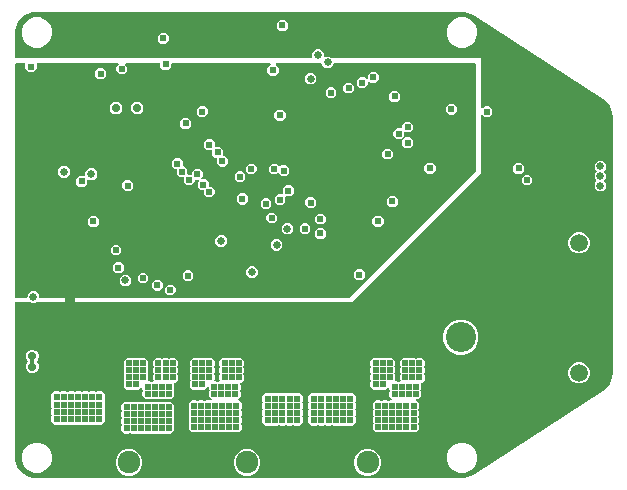
<source format=gbr>
G04 EAGLE Gerber RS-274X export*
G75*
%MOMM*%
%FSLAX34Y34*%
%LPD*%
%INCopper Layer 2*%
%IPPOS*%
%AMOC8*
5,1,8,0,0,1.08239X$1,22.5*%
G01*
%ADD10C,1.920000*%
%ADD11C,1.500000*%
%ADD12C,2.550000*%
%ADD13C,0.704800*%
%ADD14C,0.604800*%
%ADD15C,0.654800*%
%ADD16C,0.850000*%
%ADD17C,0.350000*%

G36*
X380020Y2504D02*
X380020Y2504D01*
X380054Y2503D01*
X382442Y2674D01*
X382451Y2676D01*
X382603Y2703D01*
X387184Y4052D01*
X387192Y4055D01*
X387206Y4061D01*
X387216Y4063D01*
X387238Y4075D01*
X387335Y4114D01*
X389434Y5264D01*
X389450Y5276D01*
X389481Y5292D01*
X389625Y5384D01*
X390616Y6024D01*
X390617Y6024D01*
X499454Y76178D01*
X499455Y76178D01*
X499481Y76195D01*
X499498Y76210D01*
X499533Y76231D01*
X501737Y77927D01*
X501745Y77936D01*
X501755Y77941D01*
X501872Y78061D01*
X505295Y82421D01*
X505316Y82459D01*
X505344Y82491D01*
X505408Y82627D01*
X505414Y82637D01*
X505414Y82639D01*
X505416Y82643D01*
X507226Y87882D01*
X507228Y87893D01*
X507233Y87903D01*
X507266Y88068D01*
X507497Y90840D01*
X507495Y90863D01*
X507499Y90903D01*
X507499Y309097D01*
X507496Y309120D01*
X507497Y309160D01*
X507266Y311932D01*
X507263Y311943D01*
X507263Y311954D01*
X507226Y312117D01*
X505416Y317357D01*
X505395Y317395D01*
X505383Y317436D01*
X505304Y317564D01*
X505299Y317574D01*
X505297Y317575D01*
X505295Y317579D01*
X501872Y321939D01*
X501864Y321947D01*
X501858Y321956D01*
X501737Y322073D01*
X499533Y323769D01*
X499513Y323779D01*
X499481Y323805D01*
X390617Y393976D01*
X390616Y393976D01*
X389481Y394708D01*
X389462Y394716D01*
X389434Y394736D01*
X387335Y395886D01*
X387326Y395889D01*
X387184Y395948D01*
X382603Y397297D01*
X382594Y397298D01*
X382442Y397326D01*
X380054Y397497D01*
X380034Y397495D01*
X380000Y397499D01*
X21257Y397499D01*
X21185Y397488D01*
X21113Y397486D01*
X21064Y397468D01*
X21014Y397460D01*
X20990Y397447D01*
X19956Y397498D01*
X19942Y397497D01*
X19918Y397499D01*
X19753Y397499D01*
X19739Y397497D01*
X19716Y397498D01*
X16518Y397344D01*
X16490Y397338D01*
X16462Y397339D01*
X16299Y397301D01*
X10139Y395103D01*
X10081Y395071D01*
X10020Y395048D01*
X9952Y395000D01*
X9924Y394984D01*
X9910Y394969D01*
X9884Y394950D01*
X5034Y390562D01*
X4993Y390511D01*
X4945Y390466D01*
X4910Y390410D01*
X4905Y390405D01*
X4901Y390395D01*
X4880Y390370D01*
X4874Y390351D01*
X4857Y390323D01*
X2055Y384413D01*
X2047Y384386D01*
X2033Y384362D01*
X1990Y384200D01*
X1509Y380977D01*
X1510Y380944D01*
X1501Y380864D01*
X1501Y359000D01*
X1504Y358980D01*
X1502Y358961D01*
X1524Y358859D01*
X1540Y358757D01*
X1550Y358740D01*
X1554Y358720D01*
X1607Y358631D01*
X1656Y358540D01*
X1670Y358526D01*
X1680Y358509D01*
X1759Y358442D01*
X1834Y358371D01*
X1852Y358362D01*
X1867Y358349D01*
X1963Y358310D01*
X2057Y358267D01*
X2077Y358265D01*
X2095Y358257D01*
X2262Y358239D01*
X252440Y358239D01*
X252460Y358242D01*
X252479Y358240D01*
X252581Y358262D01*
X252683Y358279D01*
X252700Y358288D01*
X252720Y358292D01*
X252809Y358345D01*
X252900Y358394D01*
X252914Y358408D01*
X252931Y358418D01*
X252998Y358497D01*
X253070Y358572D01*
X253078Y358590D01*
X253091Y358605D01*
X253130Y358701D01*
X253173Y358795D01*
X253175Y358815D01*
X253183Y358833D01*
X253201Y359000D01*
X253201Y362988D01*
X256012Y365799D01*
X259988Y365799D01*
X262799Y362988D01*
X262799Y360007D01*
X262810Y359937D01*
X262812Y359865D01*
X262830Y359816D01*
X262838Y359765D01*
X262872Y359701D01*
X262897Y359634D01*
X262929Y359593D01*
X262954Y359547D01*
X263005Y359498D01*
X263050Y359442D01*
X263094Y359414D01*
X263132Y359378D01*
X263197Y359348D01*
X263257Y359309D01*
X263308Y359296D01*
X263355Y359274D01*
X263426Y359266D01*
X263496Y359249D01*
X263548Y359253D01*
X263599Y359247D01*
X263670Y359262D01*
X263741Y359268D01*
X263789Y359288D01*
X263840Y359299D01*
X263901Y359336D01*
X263967Y359364D01*
X264023Y359409D01*
X264051Y359426D01*
X264066Y359443D01*
X264098Y359469D01*
X264220Y359591D01*
X268195Y359591D01*
X269325Y358462D01*
X269399Y358409D01*
X269468Y358349D01*
X269498Y358337D01*
X269524Y358318D01*
X269611Y358291D01*
X269696Y358257D01*
X269737Y358253D01*
X269760Y358246D01*
X269792Y358247D01*
X269863Y358239D01*
X396239Y358239D01*
X396239Y316509D01*
X396250Y316439D01*
X396252Y316367D01*
X396270Y316318D01*
X396279Y316267D01*
X396312Y316203D01*
X396337Y316136D01*
X396369Y316095D01*
X396394Y316049D01*
X396446Y316000D01*
X396490Y315944D01*
X396534Y315916D01*
X396572Y315880D01*
X396637Y315850D01*
X396697Y315811D01*
X396748Y315798D01*
X396795Y315776D01*
X396866Y315768D01*
X396936Y315751D01*
X396988Y315755D01*
X397039Y315749D01*
X397110Y315764D01*
X397181Y315770D01*
X397229Y315790D01*
X397280Y315801D01*
X397341Y315838D01*
X397407Y315866D01*
X397463Y315911D01*
X397491Y315928D01*
X397506Y315945D01*
X397538Y315971D01*
X399116Y317549D01*
X402884Y317549D01*
X405549Y314884D01*
X405549Y311116D01*
X402884Y308451D01*
X399116Y308451D01*
X397538Y310029D01*
X397480Y310071D01*
X397428Y310120D01*
X397381Y310142D01*
X397339Y310172D01*
X397270Y310193D01*
X397205Y310224D01*
X397153Y310229D01*
X397103Y310245D01*
X397032Y310243D01*
X396961Y310251D01*
X396910Y310240D01*
X396858Y310238D01*
X396790Y310214D01*
X396720Y310199D01*
X396676Y310172D01*
X396627Y310154D01*
X396571Y310109D01*
X396509Y310072D01*
X396475Y310033D01*
X396435Y310000D01*
X396396Y309940D01*
X396349Y309885D01*
X396330Y309837D01*
X396302Y309793D01*
X396284Y309724D01*
X396257Y309657D01*
X396249Y309586D01*
X396241Y309555D01*
X396243Y309531D01*
X396239Y309491D01*
X396239Y261315D01*
X286685Y151761D01*
X19863Y151761D01*
X19773Y151747D01*
X19682Y151739D01*
X19652Y151727D01*
X19620Y151722D01*
X19540Y151679D01*
X19456Y151643D01*
X19423Y151617D01*
X19403Y151606D01*
X19381Y151583D01*
X19325Y151538D01*
X18988Y151201D01*
X15012Y151201D01*
X14675Y151538D01*
X14601Y151592D01*
X14532Y151651D01*
X14502Y151663D01*
X14476Y151682D01*
X14389Y151709D01*
X14304Y151743D01*
X14263Y151747D01*
X14240Y151754D01*
X14208Y151753D01*
X14137Y151761D01*
X2262Y151761D01*
X2242Y151758D01*
X2223Y151760D01*
X2121Y151738D01*
X2019Y151722D01*
X2002Y151712D01*
X1982Y151708D01*
X1893Y151655D01*
X1802Y151606D01*
X1788Y151592D01*
X1771Y151582D01*
X1704Y151503D01*
X1632Y151428D01*
X1624Y151410D01*
X1611Y151395D01*
X1572Y151299D01*
X1529Y151205D01*
X1527Y151185D01*
X1519Y151167D01*
X1501Y151000D01*
X1501Y21000D01*
X1504Y20978D01*
X1503Y20940D01*
X1721Y18165D01*
X1723Y18160D01*
X1722Y18154D01*
X1756Y17990D01*
X3471Y12712D01*
X3488Y12680D01*
X3496Y12645D01*
X3579Y12500D01*
X6841Y8010D01*
X6867Y7985D01*
X6886Y7954D01*
X7010Y7841D01*
X11500Y4579D01*
X11532Y4563D01*
X11559Y4540D01*
X11712Y4471D01*
X16990Y2756D01*
X16996Y2755D01*
X17001Y2753D01*
X17165Y2721D01*
X19940Y2503D01*
X19962Y2505D01*
X20000Y2501D01*
X380000Y2501D01*
X380020Y2504D01*
G37*
G36*
X11460Y155242D02*
X11460Y155242D01*
X11479Y155240D01*
X11581Y155262D01*
X11683Y155279D01*
X11700Y155288D01*
X11720Y155292D01*
X11809Y155345D01*
X11900Y155394D01*
X11914Y155408D01*
X11931Y155418D01*
X11998Y155497D01*
X12070Y155572D01*
X12078Y155590D01*
X12091Y155605D01*
X12130Y155701D01*
X12173Y155795D01*
X12175Y155815D01*
X12183Y155833D01*
X12201Y156000D01*
X12201Y157988D01*
X15012Y160799D01*
X18988Y160799D01*
X21799Y157988D01*
X21799Y156000D01*
X21802Y155980D01*
X21800Y155961D01*
X21822Y155859D01*
X21838Y155757D01*
X21848Y155740D01*
X21852Y155720D01*
X21905Y155631D01*
X21954Y155540D01*
X21968Y155526D01*
X21978Y155509D01*
X22057Y155442D01*
X22132Y155371D01*
X22150Y155362D01*
X22165Y155349D01*
X22261Y155310D01*
X22355Y155267D01*
X22375Y155265D01*
X22393Y155257D01*
X22560Y155239D01*
X284000Y155239D01*
X284090Y155254D01*
X284181Y155261D01*
X284211Y155273D01*
X284243Y155279D01*
X284323Y155321D01*
X284407Y155357D01*
X284439Y155383D01*
X284460Y155394D01*
X284482Y155417D01*
X284538Y155462D01*
X391538Y262462D01*
X391591Y262536D01*
X391651Y262605D01*
X391663Y262635D01*
X391682Y262661D01*
X391709Y262748D01*
X391743Y262833D01*
X391747Y262874D01*
X391754Y262897D01*
X391753Y262929D01*
X391761Y263000D01*
X391761Y353000D01*
X391758Y353020D01*
X391760Y353039D01*
X391738Y353141D01*
X391722Y353243D01*
X391712Y353260D01*
X391708Y353280D01*
X391655Y353369D01*
X391606Y353460D01*
X391592Y353474D01*
X391582Y353491D01*
X391503Y353558D01*
X391428Y353630D01*
X391410Y353638D01*
X391395Y353651D01*
X391299Y353690D01*
X391205Y353733D01*
X391185Y353735D01*
X391167Y353743D01*
X391000Y353761D01*
X271768Y353761D01*
X271748Y353758D01*
X271728Y353760D01*
X271627Y353738D01*
X271525Y353722D01*
X271507Y353712D01*
X271488Y353708D01*
X271399Y353655D01*
X271308Y353606D01*
X271294Y353592D01*
X271277Y353582D01*
X271209Y353503D01*
X271138Y353428D01*
X271130Y353410D01*
X271117Y353395D01*
X271078Y353299D01*
X271035Y353205D01*
X271032Y353185D01*
X271025Y353167D01*
X271007Y353000D01*
X271007Y352805D01*
X268195Y349993D01*
X264220Y349993D01*
X261409Y352805D01*
X261409Y353000D01*
X261406Y353020D01*
X261408Y353039D01*
X261386Y353141D01*
X261369Y353243D01*
X261360Y353260D01*
X261356Y353280D01*
X261303Y353369D01*
X261254Y353460D01*
X261240Y353474D01*
X261230Y353491D01*
X261151Y353558D01*
X261076Y353630D01*
X261058Y353638D01*
X261043Y353651D01*
X260946Y353690D01*
X260853Y353733D01*
X260833Y353735D01*
X260815Y353743D01*
X260648Y353761D01*
X222869Y353761D01*
X222798Y353750D01*
X222726Y353748D01*
X222677Y353730D01*
X222626Y353722D01*
X222563Y353688D01*
X222495Y353663D01*
X222454Y353631D01*
X222409Y353606D01*
X222359Y353555D01*
X222303Y353510D01*
X222275Y353466D01*
X222239Y353428D01*
X222209Y353363D01*
X222170Y353303D01*
X222157Y353252D01*
X222136Y353205D01*
X222128Y353134D01*
X222110Y353064D01*
X222114Y353012D01*
X222108Y352961D01*
X222124Y352890D01*
X222129Y352819D01*
X222150Y352771D01*
X222161Y352720D01*
X222198Y352659D01*
X222226Y352593D01*
X222270Y352537D01*
X222287Y352509D01*
X222305Y352494D01*
X222330Y352462D01*
X224803Y349989D01*
X224803Y346011D01*
X221989Y343197D01*
X218011Y343197D01*
X215197Y346011D01*
X215197Y349989D01*
X217670Y352462D01*
X217711Y352520D01*
X217761Y352572D01*
X217783Y352619D01*
X217813Y352661D01*
X217834Y352730D01*
X217864Y352795D01*
X217870Y352847D01*
X217886Y352897D01*
X217884Y352968D01*
X217892Y353039D01*
X217881Y353090D01*
X217879Y353142D01*
X217855Y353210D01*
X217839Y353280D01*
X217813Y353324D01*
X217795Y353373D01*
X217750Y353429D01*
X217713Y353491D01*
X217674Y353525D01*
X217641Y353565D01*
X217581Y353604D01*
X217526Y353651D01*
X217478Y353670D01*
X217434Y353698D01*
X217365Y353716D01*
X217298Y353743D01*
X217227Y353751D01*
X217196Y353759D01*
X217172Y353757D01*
X217131Y353761D01*
X134310Y353761D01*
X134290Y353758D01*
X134271Y353760D01*
X134169Y353738D01*
X134067Y353722D01*
X134050Y353712D01*
X134030Y353708D01*
X133941Y353655D01*
X133850Y353606D01*
X133836Y353592D01*
X133819Y353582D01*
X133752Y353503D01*
X133680Y353428D01*
X133672Y353410D01*
X133659Y353395D01*
X133620Y353299D01*
X133577Y353205D01*
X133575Y353185D01*
X133567Y353167D01*
X133549Y353000D01*
X133549Y351116D01*
X130884Y348451D01*
X127116Y348451D01*
X124451Y351116D01*
X124451Y353000D01*
X124448Y353020D01*
X124450Y353039D01*
X124428Y353141D01*
X124412Y353243D01*
X124402Y353260D01*
X124398Y353280D01*
X124345Y353369D01*
X124296Y353460D01*
X124282Y353474D01*
X124272Y353491D01*
X124193Y353558D01*
X124118Y353630D01*
X124100Y353638D01*
X124085Y353651D01*
X123989Y353690D01*
X123895Y353733D01*
X123875Y353735D01*
X123857Y353743D01*
X123690Y353761D01*
X95509Y353761D01*
X95439Y353750D01*
X95367Y353748D01*
X95318Y353730D01*
X95267Y353722D01*
X95203Y353688D01*
X95136Y353663D01*
X95095Y353631D01*
X95049Y353606D01*
X95000Y353555D01*
X94944Y353510D01*
X94916Y353466D01*
X94880Y353428D01*
X94850Y353363D01*
X94811Y353303D01*
X94798Y353252D01*
X94776Y353205D01*
X94768Y353134D01*
X94751Y353064D01*
X94755Y353012D01*
X94749Y352961D01*
X94764Y352890D01*
X94770Y352819D01*
X94790Y352771D01*
X94801Y352720D01*
X94838Y352659D01*
X94866Y352593D01*
X94911Y352537D01*
X94928Y352509D01*
X94945Y352494D01*
X94971Y352462D01*
X96549Y350884D01*
X96549Y347116D01*
X93884Y344451D01*
X90116Y344451D01*
X87451Y347116D01*
X87451Y350884D01*
X89029Y352462D01*
X89071Y352520D01*
X89120Y352572D01*
X89142Y352619D01*
X89172Y352661D01*
X89193Y352730D01*
X89224Y352795D01*
X89229Y352847D01*
X89245Y352897D01*
X89243Y352968D01*
X89251Y353039D01*
X89240Y353090D01*
X89238Y353142D01*
X89214Y353210D01*
X89199Y353280D01*
X89172Y353324D01*
X89154Y353373D01*
X89109Y353429D01*
X89072Y353491D01*
X89033Y353525D01*
X89000Y353565D01*
X88940Y353604D01*
X88885Y353651D01*
X88837Y353670D01*
X88793Y353698D01*
X88724Y353716D01*
X88657Y353743D01*
X88586Y353751D01*
X88555Y353759D01*
X88531Y353757D01*
X88491Y353761D01*
X20564Y353761D01*
X20544Y353758D01*
X20525Y353760D01*
X20423Y353738D01*
X20321Y353722D01*
X20304Y353712D01*
X20284Y353708D01*
X20195Y353655D01*
X20104Y353606D01*
X20090Y353592D01*
X20073Y353582D01*
X20006Y353503D01*
X19934Y353428D01*
X19926Y353410D01*
X19913Y353395D01*
X19874Y353299D01*
X19831Y353205D01*
X19829Y353185D01*
X19821Y353167D01*
X19803Y353000D01*
X19803Y349011D01*
X16989Y346197D01*
X13011Y346197D01*
X10197Y349011D01*
X10197Y353000D01*
X10194Y353020D01*
X10196Y353039D01*
X10174Y353141D01*
X10158Y353243D01*
X10148Y353260D01*
X10144Y353280D01*
X10091Y353369D01*
X10042Y353460D01*
X10028Y353474D01*
X10018Y353491D01*
X9939Y353558D01*
X9864Y353630D01*
X9846Y353638D01*
X9831Y353651D01*
X9735Y353690D01*
X9641Y353733D01*
X9621Y353735D01*
X9603Y353743D01*
X9436Y353761D01*
X2262Y353761D01*
X2242Y353758D01*
X2223Y353760D01*
X2121Y353738D01*
X2019Y353722D01*
X2002Y353712D01*
X1982Y353708D01*
X1893Y353655D01*
X1802Y353606D01*
X1788Y353592D01*
X1771Y353582D01*
X1704Y353503D01*
X1632Y353428D01*
X1624Y353410D01*
X1611Y353395D01*
X1572Y353299D01*
X1529Y353205D01*
X1527Y353185D01*
X1519Y353167D01*
X1501Y353000D01*
X1501Y156000D01*
X1504Y155980D01*
X1502Y155961D01*
X1524Y155859D01*
X1540Y155757D01*
X1550Y155740D01*
X1554Y155720D01*
X1607Y155631D01*
X1656Y155540D01*
X1670Y155526D01*
X1680Y155509D01*
X1759Y155442D01*
X1834Y155371D01*
X1852Y155362D01*
X1867Y155349D01*
X1963Y155310D01*
X2057Y155267D01*
X2077Y155265D01*
X2095Y155257D01*
X2262Y155239D01*
X11440Y155239D01*
X11460Y155242D01*
G37*
%LPC*%
G36*
X151116Y41451D02*
X151116Y41451D01*
X148451Y44116D01*
X148451Y47884D01*
X149029Y48462D01*
X149040Y48478D01*
X149056Y48490D01*
X149112Y48578D01*
X149172Y48661D01*
X149178Y48680D01*
X149189Y48697D01*
X149214Y48798D01*
X149245Y48897D01*
X149244Y48916D01*
X149249Y48936D01*
X149241Y49039D01*
X149238Y49142D01*
X149231Y49161D01*
X149230Y49181D01*
X149190Y49276D01*
X149154Y49373D01*
X149141Y49389D01*
X149134Y49407D01*
X149029Y49538D01*
X148451Y50116D01*
X148451Y53884D01*
X149029Y54462D01*
X149040Y54478D01*
X149056Y54490D01*
X149112Y54578D01*
X149172Y54661D01*
X149178Y54680D01*
X149189Y54697D01*
X149214Y54798D01*
X149245Y54897D01*
X149244Y54916D01*
X149249Y54936D01*
X149241Y55039D01*
X149238Y55142D01*
X149231Y55161D01*
X149230Y55181D01*
X149190Y55276D01*
X149154Y55373D01*
X149141Y55389D01*
X149134Y55407D01*
X149046Y55517D01*
X149045Y55518D01*
X149045Y55519D01*
X149029Y55538D01*
X148451Y56116D01*
X148451Y59884D01*
X149029Y60462D01*
X149040Y60478D01*
X149056Y60490D01*
X149112Y60578D01*
X149172Y60661D01*
X149178Y60680D01*
X149189Y60697D01*
X149214Y60798D01*
X149245Y60897D01*
X149244Y60916D01*
X149249Y60936D01*
X149241Y61039D01*
X149238Y61142D01*
X149231Y61161D01*
X149230Y61181D01*
X149190Y61276D01*
X149154Y61373D01*
X149141Y61389D01*
X149134Y61407D01*
X149029Y61538D01*
X148451Y62116D01*
X148451Y65884D01*
X151116Y68549D01*
X154884Y68549D01*
X155462Y67971D01*
X155478Y67960D01*
X155490Y67944D01*
X155578Y67888D01*
X155661Y67828D01*
X155680Y67822D01*
X155697Y67811D01*
X155798Y67786D01*
X155897Y67755D01*
X155916Y67756D01*
X155936Y67751D01*
X156039Y67759D01*
X156142Y67762D01*
X156161Y67769D01*
X156181Y67770D01*
X156276Y67810D01*
X156373Y67846D01*
X156389Y67859D01*
X156407Y67866D01*
X156538Y67971D01*
X157116Y68549D01*
X160884Y68549D01*
X161462Y67971D01*
X161478Y67960D01*
X161490Y67944D01*
X161578Y67888D01*
X161661Y67828D01*
X161680Y67822D01*
X161697Y67811D01*
X161798Y67786D01*
X161897Y67755D01*
X161916Y67756D01*
X161936Y67751D01*
X162039Y67759D01*
X162142Y67762D01*
X162161Y67769D01*
X162181Y67770D01*
X162276Y67810D01*
X162373Y67846D01*
X162389Y67859D01*
X162407Y67866D01*
X162538Y67971D01*
X163116Y68549D01*
X167181Y68549D01*
X167251Y68560D01*
X167323Y68562D01*
X167372Y68580D01*
X167423Y68588D01*
X167487Y68622D01*
X167554Y68647D01*
X167595Y68679D01*
X167641Y68704D01*
X167690Y68756D01*
X167746Y68800D01*
X167774Y68844D01*
X167810Y68882D01*
X167840Y68947D01*
X167879Y69007D01*
X167892Y69058D01*
X167914Y69105D01*
X167922Y69176D01*
X167939Y69246D01*
X167935Y69298D01*
X167941Y69349D01*
X167926Y69420D01*
X167920Y69491D01*
X167900Y69539D01*
X167889Y69590D01*
X167852Y69651D01*
X167824Y69717D01*
X167779Y69773D01*
X167762Y69801D01*
X167745Y69816D01*
X167719Y69848D01*
X165451Y72116D01*
X165451Y75884D01*
X166029Y76462D01*
X166040Y76478D01*
X166056Y76490D01*
X166112Y76578D01*
X166172Y76661D01*
X166178Y76680D01*
X166189Y76697D01*
X166214Y76798D01*
X166245Y76897D01*
X166244Y76916D01*
X166249Y76936D01*
X166241Y77039D01*
X166238Y77142D01*
X166231Y77161D01*
X166230Y77181D01*
X166190Y77276D01*
X166154Y77373D01*
X166141Y77389D01*
X166134Y77407D01*
X166029Y77538D01*
X165451Y78116D01*
X165451Y79181D01*
X165440Y79251D01*
X165438Y79323D01*
X165420Y79372D01*
X165412Y79423D01*
X165378Y79487D01*
X165353Y79554D01*
X165321Y79595D01*
X165296Y79641D01*
X165244Y79690D01*
X165200Y79746D01*
X165156Y79774D01*
X165118Y79810D01*
X165053Y79840D01*
X164993Y79879D01*
X164942Y79892D01*
X164895Y79914D01*
X164824Y79922D01*
X164754Y79939D01*
X164702Y79935D01*
X164651Y79941D01*
X164580Y79926D01*
X164509Y79920D01*
X164461Y79900D01*
X164410Y79889D01*
X164349Y79852D01*
X164283Y79824D01*
X164227Y79779D01*
X164199Y79762D01*
X164184Y79745D01*
X164152Y79719D01*
X161884Y77451D01*
X158116Y77451D01*
X157538Y78029D01*
X157522Y78040D01*
X157510Y78056D01*
X157422Y78112D01*
X157339Y78172D01*
X157320Y78178D01*
X157303Y78189D01*
X157202Y78214D01*
X157103Y78245D01*
X157084Y78244D01*
X157064Y78249D01*
X156961Y78241D01*
X156858Y78238D01*
X156839Y78231D01*
X156819Y78230D01*
X156724Y78190D01*
X156627Y78154D01*
X156611Y78141D01*
X156593Y78134D01*
X156462Y78029D01*
X155884Y77451D01*
X152116Y77451D01*
X149451Y80116D01*
X149451Y83884D01*
X150029Y84462D01*
X150040Y84478D01*
X150056Y84490D01*
X150112Y84578D01*
X150172Y84661D01*
X150178Y84680D01*
X150189Y84697D01*
X150214Y84798D01*
X150245Y84897D01*
X150244Y84916D01*
X150249Y84936D01*
X150241Y85039D01*
X150238Y85142D01*
X150231Y85161D01*
X150230Y85181D01*
X150190Y85276D01*
X150154Y85373D01*
X150141Y85389D01*
X150134Y85407D01*
X150029Y85538D01*
X149451Y86116D01*
X149451Y89884D01*
X150029Y90462D01*
X150040Y90478D01*
X150056Y90490D01*
X150112Y90578D01*
X150172Y90661D01*
X150178Y90680D01*
X150189Y90697D01*
X150214Y90798D01*
X150245Y90897D01*
X150244Y90916D01*
X150249Y90936D01*
X150241Y91039D01*
X150238Y91142D01*
X150231Y91161D01*
X150230Y91181D01*
X150190Y91276D01*
X150154Y91373D01*
X150141Y91389D01*
X150134Y91407D01*
X150029Y91538D01*
X149451Y92116D01*
X149451Y95884D01*
X150029Y96462D01*
X150040Y96478D01*
X150056Y96490D01*
X150112Y96578D01*
X150172Y96661D01*
X150178Y96680D01*
X150189Y96697D01*
X150214Y96798D01*
X150245Y96897D01*
X150244Y96916D01*
X150249Y96936D01*
X150241Y97039D01*
X150238Y97142D01*
X150231Y97161D01*
X150230Y97181D01*
X150190Y97276D01*
X150154Y97373D01*
X150141Y97389D01*
X150134Y97407D01*
X150029Y97538D01*
X149451Y98116D01*
X149451Y101884D01*
X152116Y104549D01*
X155884Y104549D01*
X156462Y103971D01*
X156478Y103960D01*
X156490Y103944D01*
X156578Y103888D01*
X156661Y103828D01*
X156680Y103822D01*
X156697Y103811D01*
X156798Y103786D01*
X156897Y103755D01*
X156916Y103756D01*
X156936Y103751D01*
X157039Y103759D01*
X157142Y103762D01*
X157161Y103769D01*
X157181Y103770D01*
X157276Y103810D01*
X157373Y103846D01*
X157389Y103859D01*
X157407Y103866D01*
X157538Y103971D01*
X158116Y104549D01*
X161884Y104549D01*
X162462Y103971D01*
X162478Y103960D01*
X162490Y103944D01*
X162578Y103888D01*
X162661Y103828D01*
X162680Y103822D01*
X162697Y103811D01*
X162798Y103786D01*
X162897Y103755D01*
X162916Y103756D01*
X162936Y103751D01*
X163039Y103759D01*
X163142Y103762D01*
X163161Y103769D01*
X163181Y103770D01*
X163276Y103810D01*
X163373Y103846D01*
X163389Y103859D01*
X163407Y103866D01*
X163538Y103971D01*
X164116Y104549D01*
X167884Y104549D01*
X170549Y101884D01*
X170549Y98116D01*
X169971Y97538D01*
X169960Y97522D01*
X169944Y97510D01*
X169888Y97422D01*
X169828Y97339D01*
X169822Y97320D01*
X169811Y97303D01*
X169786Y97202D01*
X169755Y97103D01*
X169756Y97084D01*
X169751Y97064D01*
X169759Y96961D01*
X169762Y96858D01*
X169769Y96839D01*
X169770Y96819D01*
X169810Y96724D01*
X169846Y96627D01*
X169859Y96611D01*
X169866Y96593D01*
X169971Y96462D01*
X170549Y95884D01*
X170549Y92116D01*
X169971Y91538D01*
X169960Y91522D01*
X169944Y91510D01*
X169888Y91422D01*
X169828Y91339D01*
X169822Y91320D01*
X169811Y91303D01*
X169786Y91202D01*
X169755Y91103D01*
X169756Y91084D01*
X169751Y91064D01*
X169759Y90961D01*
X169762Y90858D01*
X169769Y90839D01*
X169770Y90819D01*
X169810Y90724D01*
X169846Y90627D01*
X169859Y90611D01*
X169866Y90593D01*
X169971Y90462D01*
X170549Y89884D01*
X170549Y86116D01*
X170281Y85848D01*
X170239Y85790D01*
X170190Y85738D01*
X170168Y85691D01*
X170138Y85649D01*
X170117Y85580D01*
X170086Y85515D01*
X170081Y85463D01*
X170065Y85413D01*
X170067Y85342D01*
X170059Y85271D01*
X170070Y85220D01*
X170072Y85168D01*
X170096Y85100D01*
X170111Y85030D01*
X170138Y84985D01*
X170156Y84937D01*
X170201Y84881D01*
X170238Y84819D01*
X170277Y84785D01*
X170310Y84745D01*
X170370Y84706D01*
X170425Y84659D01*
X170473Y84640D01*
X170517Y84612D01*
X170586Y84594D01*
X170653Y84567D01*
X170724Y84559D01*
X170755Y84551D01*
X170778Y84553D01*
X170819Y84549D01*
X171884Y84549D01*
X172462Y83971D01*
X172478Y83960D01*
X172490Y83944D01*
X172578Y83888D01*
X172661Y83828D01*
X172680Y83822D01*
X172697Y83811D01*
X172798Y83786D01*
X172897Y83755D01*
X172916Y83756D01*
X172936Y83751D01*
X173039Y83759D01*
X173142Y83762D01*
X173161Y83769D01*
X173181Y83770D01*
X173276Y83810D01*
X173373Y83846D01*
X173389Y83859D01*
X173407Y83866D01*
X173538Y83971D01*
X174116Y84549D01*
X174181Y84549D01*
X174251Y84560D01*
X174323Y84562D01*
X174372Y84580D01*
X174423Y84588D01*
X174487Y84622D01*
X174554Y84647D01*
X174595Y84679D01*
X174641Y84704D01*
X174690Y84756D01*
X174746Y84800D01*
X174774Y84844D01*
X174810Y84882D01*
X174840Y84947D01*
X174879Y85007D01*
X174892Y85058D01*
X174914Y85105D01*
X174922Y85176D01*
X174939Y85246D01*
X174935Y85298D01*
X174941Y85349D01*
X174926Y85420D01*
X174920Y85491D01*
X174900Y85539D01*
X174889Y85590D01*
X174852Y85651D01*
X174824Y85717D01*
X174779Y85773D01*
X174762Y85801D01*
X174745Y85816D01*
X174719Y85848D01*
X174451Y86116D01*
X174451Y89884D01*
X175029Y90462D01*
X175040Y90478D01*
X175056Y90490D01*
X175112Y90578D01*
X175172Y90661D01*
X175178Y90680D01*
X175189Y90697D01*
X175214Y90798D01*
X175245Y90897D01*
X175244Y90916D01*
X175249Y90936D01*
X175241Y91039D01*
X175238Y91142D01*
X175231Y91161D01*
X175230Y91181D01*
X175190Y91276D01*
X175154Y91373D01*
X175141Y91389D01*
X175134Y91407D01*
X175029Y91538D01*
X174451Y92116D01*
X174451Y95884D01*
X175029Y96462D01*
X175040Y96478D01*
X175056Y96490D01*
X175112Y96578D01*
X175172Y96661D01*
X175178Y96680D01*
X175189Y96697D01*
X175214Y96798D01*
X175245Y96897D01*
X175244Y96916D01*
X175249Y96936D01*
X175241Y97039D01*
X175238Y97142D01*
X175231Y97161D01*
X175230Y97181D01*
X175190Y97276D01*
X175154Y97373D01*
X175141Y97389D01*
X175134Y97407D01*
X175029Y97538D01*
X174451Y98116D01*
X174451Y101884D01*
X177116Y104549D01*
X180884Y104549D01*
X181462Y103971D01*
X181478Y103960D01*
X181490Y103944D01*
X181578Y103888D01*
X181661Y103828D01*
X181680Y103822D01*
X181697Y103811D01*
X181798Y103786D01*
X181897Y103755D01*
X181916Y103756D01*
X181936Y103751D01*
X182039Y103759D01*
X182142Y103762D01*
X182161Y103769D01*
X182181Y103770D01*
X182276Y103810D01*
X182373Y103846D01*
X182389Y103859D01*
X182407Y103866D01*
X182538Y103971D01*
X183116Y104549D01*
X186884Y104549D01*
X187462Y103971D01*
X187478Y103960D01*
X187490Y103944D01*
X187578Y103888D01*
X187661Y103828D01*
X187680Y103822D01*
X187697Y103811D01*
X187798Y103786D01*
X187897Y103755D01*
X187916Y103756D01*
X187936Y103751D01*
X188039Y103759D01*
X188142Y103762D01*
X188161Y103769D01*
X188181Y103770D01*
X188276Y103810D01*
X188373Y103846D01*
X188389Y103859D01*
X188407Y103866D01*
X188538Y103971D01*
X189116Y104549D01*
X192884Y104549D01*
X195549Y101884D01*
X195549Y98116D01*
X194971Y97538D01*
X194960Y97522D01*
X194944Y97510D01*
X194888Y97422D01*
X194828Y97339D01*
X194822Y97320D01*
X194811Y97303D01*
X194786Y97202D01*
X194755Y97103D01*
X194756Y97084D01*
X194751Y97064D01*
X194759Y96961D01*
X194762Y96858D01*
X194769Y96839D01*
X194770Y96819D01*
X194810Y96724D01*
X194846Y96627D01*
X194859Y96611D01*
X194866Y96593D01*
X194971Y96462D01*
X195549Y95884D01*
X195549Y92116D01*
X194971Y91538D01*
X194960Y91522D01*
X194944Y91510D01*
X194888Y91422D01*
X194828Y91339D01*
X194822Y91320D01*
X194811Y91303D01*
X194786Y91202D01*
X194755Y91103D01*
X194756Y91084D01*
X194751Y91064D01*
X194759Y90961D01*
X194762Y90858D01*
X194769Y90839D01*
X194770Y90819D01*
X194810Y90724D01*
X194846Y90627D01*
X194859Y90611D01*
X194866Y90593D01*
X194971Y90462D01*
X195549Y89884D01*
X195549Y86116D01*
X192884Y83451D01*
X192819Y83451D01*
X192749Y83440D01*
X192677Y83438D01*
X192628Y83420D01*
X192577Y83412D01*
X192513Y83378D01*
X192446Y83353D01*
X192405Y83321D01*
X192359Y83296D01*
X192310Y83244D01*
X192254Y83200D01*
X192226Y83156D01*
X192190Y83118D01*
X192160Y83053D01*
X192121Y82993D01*
X192108Y82942D01*
X192086Y82895D01*
X192078Y82824D01*
X192061Y82754D01*
X192065Y82702D01*
X192059Y82651D01*
X192074Y82580D01*
X192080Y82509D01*
X192100Y82461D01*
X192111Y82410D01*
X192148Y82349D01*
X192176Y82283D01*
X192221Y82227D01*
X192238Y82199D01*
X192255Y82184D01*
X192281Y82152D01*
X192549Y81884D01*
X192549Y78116D01*
X191971Y77538D01*
X191960Y77522D01*
X191944Y77510D01*
X191888Y77422D01*
X191828Y77339D01*
X191822Y77320D01*
X191811Y77303D01*
X191786Y77202D01*
X191755Y77103D01*
X191756Y77084D01*
X191751Y77064D01*
X191759Y76961D01*
X191762Y76858D01*
X191769Y76839D01*
X191770Y76819D01*
X191810Y76724D01*
X191846Y76627D01*
X191859Y76611D01*
X191866Y76593D01*
X191971Y76462D01*
X192549Y75884D01*
X192549Y72116D01*
X190281Y69848D01*
X190239Y69790D01*
X190190Y69738D01*
X190168Y69691D01*
X190138Y69649D01*
X190117Y69580D01*
X190086Y69515D01*
X190081Y69463D01*
X190065Y69413D01*
X190067Y69342D01*
X190059Y69271D01*
X190070Y69220D01*
X190072Y69168D01*
X190096Y69100D01*
X190111Y69030D01*
X190138Y68985D01*
X190156Y68937D01*
X190201Y68881D01*
X190238Y68819D01*
X190277Y68785D01*
X190310Y68745D01*
X190370Y68706D01*
X190425Y68659D01*
X190473Y68640D01*
X190517Y68612D01*
X190586Y68594D01*
X190653Y68567D01*
X190724Y68559D01*
X190755Y68551D01*
X190778Y68553D01*
X190819Y68549D01*
X190884Y68549D01*
X193549Y65884D01*
X193549Y62116D01*
X192971Y61538D01*
X192960Y61522D01*
X192944Y61510D01*
X192888Y61422D01*
X192828Y61339D01*
X192822Y61320D01*
X192811Y61303D01*
X192786Y61202D01*
X192755Y61103D01*
X192756Y61084D01*
X192751Y61064D01*
X192759Y60961D01*
X192762Y60858D01*
X192769Y60839D01*
X192770Y60819D01*
X192810Y60724D01*
X192846Y60627D01*
X192859Y60611D01*
X192866Y60593D01*
X192971Y60462D01*
X193549Y59884D01*
X193549Y56116D01*
X192971Y55538D01*
X192960Y55522D01*
X192944Y55510D01*
X192913Y55461D01*
X192907Y55455D01*
X192902Y55444D01*
X192888Y55422D01*
X192828Y55339D01*
X192822Y55320D01*
X192811Y55303D01*
X192786Y55202D01*
X192755Y55103D01*
X192756Y55084D01*
X192751Y55064D01*
X192759Y54961D01*
X192762Y54858D01*
X192769Y54839D01*
X192770Y54819D01*
X192810Y54724D01*
X192846Y54627D01*
X192859Y54611D01*
X192866Y54593D01*
X192971Y54462D01*
X193549Y53884D01*
X193549Y50116D01*
X192971Y49538D01*
X192960Y49522D01*
X192944Y49510D01*
X192888Y49422D01*
X192828Y49339D01*
X192822Y49320D01*
X192811Y49303D01*
X192786Y49202D01*
X192755Y49103D01*
X192756Y49084D01*
X192751Y49064D01*
X192759Y48961D01*
X192762Y48858D01*
X192769Y48839D01*
X192770Y48819D01*
X192810Y48724D01*
X192846Y48627D01*
X192859Y48611D01*
X192866Y48593D01*
X192971Y48462D01*
X193549Y47884D01*
X193549Y44116D01*
X190884Y41451D01*
X187116Y41451D01*
X186538Y42029D01*
X186522Y42040D01*
X186510Y42056D01*
X186422Y42112D01*
X186339Y42172D01*
X186320Y42178D01*
X186303Y42189D01*
X186202Y42214D01*
X186103Y42245D01*
X186084Y42244D01*
X186064Y42249D01*
X185961Y42241D01*
X185858Y42238D01*
X185839Y42231D01*
X185819Y42230D01*
X185724Y42190D01*
X185627Y42154D01*
X185611Y42141D01*
X185593Y42134D01*
X185462Y42029D01*
X184884Y41451D01*
X181116Y41451D01*
X180538Y42029D01*
X180522Y42040D01*
X180510Y42056D01*
X180422Y42112D01*
X180339Y42172D01*
X180320Y42178D01*
X180303Y42189D01*
X180202Y42214D01*
X180103Y42245D01*
X180084Y42244D01*
X180064Y42249D01*
X179961Y42241D01*
X179858Y42238D01*
X179839Y42231D01*
X179819Y42230D01*
X179724Y42190D01*
X179627Y42154D01*
X179611Y42141D01*
X179593Y42134D01*
X179462Y42029D01*
X178884Y41451D01*
X175116Y41451D01*
X174538Y42029D01*
X174522Y42040D01*
X174510Y42056D01*
X174422Y42112D01*
X174339Y42172D01*
X174320Y42178D01*
X174303Y42189D01*
X174202Y42214D01*
X174103Y42245D01*
X174084Y42244D01*
X174064Y42249D01*
X173961Y42241D01*
X173858Y42238D01*
X173839Y42231D01*
X173819Y42230D01*
X173724Y42190D01*
X173627Y42154D01*
X173611Y42141D01*
X173593Y42134D01*
X173462Y42029D01*
X172884Y41451D01*
X169116Y41451D01*
X168538Y42029D01*
X168522Y42040D01*
X168510Y42056D01*
X168422Y42112D01*
X168339Y42172D01*
X168320Y42178D01*
X168303Y42189D01*
X168202Y42214D01*
X168103Y42245D01*
X168084Y42244D01*
X168064Y42249D01*
X167961Y42241D01*
X167858Y42238D01*
X167839Y42231D01*
X167819Y42230D01*
X167724Y42190D01*
X167627Y42154D01*
X167611Y42141D01*
X167593Y42134D01*
X167462Y42029D01*
X166884Y41451D01*
X163116Y41451D01*
X162538Y42029D01*
X162522Y42040D01*
X162510Y42056D01*
X162422Y42112D01*
X162339Y42172D01*
X162320Y42178D01*
X162303Y42189D01*
X162202Y42214D01*
X162103Y42245D01*
X162084Y42244D01*
X162064Y42249D01*
X161961Y42241D01*
X161858Y42238D01*
X161839Y42231D01*
X161819Y42230D01*
X161724Y42190D01*
X161627Y42154D01*
X161611Y42141D01*
X161593Y42134D01*
X161462Y42029D01*
X160884Y41451D01*
X157116Y41451D01*
X156538Y42029D01*
X156522Y42040D01*
X156510Y42056D01*
X156422Y42112D01*
X156339Y42172D01*
X156320Y42178D01*
X156303Y42189D01*
X156202Y42214D01*
X156103Y42245D01*
X156084Y42244D01*
X156064Y42249D01*
X155961Y42241D01*
X155858Y42238D01*
X155839Y42231D01*
X155819Y42230D01*
X155724Y42190D01*
X155627Y42154D01*
X155611Y42141D01*
X155593Y42134D01*
X155462Y42029D01*
X154884Y41451D01*
X151116Y41451D01*
G37*
%LPD*%
%LPC*%
G36*
X307116Y41451D02*
X307116Y41451D01*
X304451Y44116D01*
X304451Y47884D01*
X305029Y48462D01*
X305040Y48478D01*
X305056Y48490D01*
X305112Y48578D01*
X305172Y48661D01*
X305178Y48680D01*
X305189Y48697D01*
X305214Y48798D01*
X305245Y48897D01*
X305244Y48916D01*
X305249Y48936D01*
X305241Y49039D01*
X305238Y49142D01*
X305231Y49161D01*
X305230Y49181D01*
X305190Y49276D01*
X305154Y49373D01*
X305141Y49389D01*
X305134Y49407D01*
X305029Y49538D01*
X304451Y50116D01*
X304451Y53884D01*
X305029Y54462D01*
X305040Y54478D01*
X305056Y54490D01*
X305112Y54578D01*
X305172Y54661D01*
X305178Y54680D01*
X305189Y54697D01*
X305214Y54798D01*
X305245Y54897D01*
X305244Y54916D01*
X305249Y54936D01*
X305241Y55039D01*
X305238Y55142D01*
X305231Y55161D01*
X305230Y55181D01*
X305190Y55276D01*
X305154Y55373D01*
X305141Y55389D01*
X305134Y55407D01*
X305046Y55517D01*
X305045Y55518D01*
X305045Y55519D01*
X305029Y55538D01*
X304451Y56116D01*
X304451Y59884D01*
X305029Y60462D01*
X305040Y60478D01*
X305056Y60490D01*
X305112Y60578D01*
X305172Y60661D01*
X305178Y60680D01*
X305189Y60697D01*
X305214Y60798D01*
X305245Y60897D01*
X305244Y60916D01*
X305249Y60936D01*
X305241Y61039D01*
X305238Y61142D01*
X305231Y61161D01*
X305230Y61181D01*
X305190Y61276D01*
X305154Y61373D01*
X305141Y61389D01*
X305134Y61407D01*
X305029Y61538D01*
X304451Y62116D01*
X304451Y65884D01*
X307116Y68549D01*
X310884Y68549D01*
X311462Y67971D01*
X311478Y67960D01*
X311490Y67944D01*
X311578Y67888D01*
X311661Y67828D01*
X311680Y67822D01*
X311697Y67811D01*
X311798Y67786D01*
X311897Y67755D01*
X311916Y67756D01*
X311936Y67751D01*
X312039Y67759D01*
X312142Y67762D01*
X312161Y67769D01*
X312181Y67770D01*
X312276Y67810D01*
X312373Y67846D01*
X312389Y67859D01*
X312407Y67866D01*
X312538Y67971D01*
X313116Y68549D01*
X316884Y68549D01*
X317462Y67971D01*
X317478Y67960D01*
X317490Y67944D01*
X317578Y67888D01*
X317661Y67828D01*
X317680Y67822D01*
X317697Y67811D01*
X317798Y67786D01*
X317897Y67755D01*
X317916Y67756D01*
X317936Y67751D01*
X318039Y67759D01*
X318142Y67762D01*
X318161Y67769D01*
X318181Y67770D01*
X318276Y67810D01*
X318373Y67846D01*
X318389Y67859D01*
X318407Y67866D01*
X318538Y67971D01*
X319116Y68549D01*
X320181Y68549D01*
X320251Y68560D01*
X320323Y68562D01*
X320372Y68580D01*
X320423Y68588D01*
X320487Y68622D01*
X320554Y68647D01*
X320595Y68679D01*
X320641Y68704D01*
X320690Y68756D01*
X320746Y68800D01*
X320774Y68844D01*
X320810Y68882D01*
X320840Y68947D01*
X320879Y69007D01*
X320892Y69058D01*
X320914Y69105D01*
X320922Y69176D01*
X320939Y69246D01*
X320935Y69298D01*
X320941Y69349D01*
X320926Y69420D01*
X320920Y69491D01*
X320900Y69539D01*
X320889Y69590D01*
X320852Y69651D01*
X320824Y69717D01*
X320779Y69773D01*
X320762Y69801D01*
X320745Y69816D01*
X320719Y69848D01*
X318451Y72116D01*
X318451Y75884D01*
X319029Y76462D01*
X319040Y76478D01*
X319056Y76490D01*
X319112Y76578D01*
X319172Y76661D01*
X319178Y76680D01*
X319189Y76697D01*
X319214Y76798D01*
X319245Y76897D01*
X319244Y76916D01*
X319249Y76936D01*
X319241Y77039D01*
X319238Y77142D01*
X319231Y77161D01*
X319230Y77181D01*
X319190Y77276D01*
X319154Y77373D01*
X319141Y77389D01*
X319134Y77407D01*
X319029Y77538D01*
X318451Y78116D01*
X318451Y79181D01*
X318440Y79251D01*
X318438Y79323D01*
X318420Y79372D01*
X318412Y79423D01*
X318378Y79487D01*
X318353Y79554D01*
X318321Y79595D01*
X318296Y79641D01*
X318244Y79690D01*
X318200Y79746D01*
X318156Y79774D01*
X318118Y79810D01*
X318053Y79840D01*
X317993Y79879D01*
X317942Y79892D01*
X317895Y79914D01*
X317824Y79922D01*
X317754Y79939D01*
X317702Y79935D01*
X317651Y79941D01*
X317580Y79926D01*
X317509Y79920D01*
X317461Y79900D01*
X317410Y79889D01*
X317349Y79852D01*
X317283Y79824D01*
X317227Y79779D01*
X317199Y79762D01*
X317184Y79745D01*
X317152Y79719D01*
X314884Y77451D01*
X311116Y77451D01*
X310538Y78029D01*
X310522Y78040D01*
X310510Y78056D01*
X310422Y78112D01*
X310339Y78172D01*
X310320Y78178D01*
X310303Y78189D01*
X310202Y78214D01*
X310103Y78245D01*
X310084Y78244D01*
X310064Y78249D01*
X309961Y78241D01*
X309858Y78238D01*
X309839Y78231D01*
X309819Y78230D01*
X309724Y78190D01*
X309627Y78154D01*
X309611Y78141D01*
X309593Y78134D01*
X309462Y78029D01*
X308884Y77451D01*
X305116Y77451D01*
X302451Y80116D01*
X302451Y83884D01*
X303029Y84462D01*
X303040Y84478D01*
X303056Y84490D01*
X303112Y84578D01*
X303172Y84661D01*
X303178Y84680D01*
X303189Y84697D01*
X303214Y84798D01*
X303245Y84897D01*
X303244Y84916D01*
X303249Y84936D01*
X303241Y85039D01*
X303238Y85142D01*
X303231Y85161D01*
X303230Y85181D01*
X303190Y85276D01*
X303154Y85373D01*
X303141Y85389D01*
X303134Y85407D01*
X303029Y85538D01*
X302451Y86116D01*
X302451Y89884D01*
X303029Y90462D01*
X303040Y90478D01*
X303056Y90490D01*
X303112Y90578D01*
X303172Y90661D01*
X303178Y90680D01*
X303189Y90697D01*
X303214Y90798D01*
X303245Y90897D01*
X303244Y90916D01*
X303249Y90936D01*
X303241Y91039D01*
X303238Y91142D01*
X303231Y91161D01*
X303230Y91181D01*
X303190Y91276D01*
X303154Y91373D01*
X303141Y91389D01*
X303134Y91407D01*
X303029Y91538D01*
X302451Y92116D01*
X302451Y95884D01*
X303029Y96462D01*
X303040Y96478D01*
X303056Y96490D01*
X303112Y96578D01*
X303172Y96661D01*
X303178Y96680D01*
X303189Y96697D01*
X303214Y96798D01*
X303245Y96897D01*
X303244Y96916D01*
X303249Y96936D01*
X303241Y97039D01*
X303238Y97142D01*
X303231Y97161D01*
X303230Y97181D01*
X303190Y97276D01*
X303154Y97373D01*
X303141Y97389D01*
X303134Y97407D01*
X303029Y97538D01*
X302451Y98116D01*
X302451Y101884D01*
X305116Y104549D01*
X308884Y104549D01*
X309462Y103971D01*
X309478Y103960D01*
X309490Y103944D01*
X309578Y103888D01*
X309661Y103828D01*
X309680Y103822D01*
X309697Y103811D01*
X309798Y103786D01*
X309897Y103755D01*
X309916Y103756D01*
X309936Y103751D01*
X310039Y103759D01*
X310142Y103762D01*
X310161Y103769D01*
X310181Y103770D01*
X310276Y103810D01*
X310373Y103846D01*
X310389Y103859D01*
X310407Y103866D01*
X310538Y103971D01*
X311116Y104549D01*
X314884Y104549D01*
X315462Y103971D01*
X315478Y103960D01*
X315490Y103944D01*
X315578Y103888D01*
X315661Y103828D01*
X315680Y103822D01*
X315697Y103811D01*
X315798Y103786D01*
X315897Y103755D01*
X315916Y103756D01*
X315936Y103751D01*
X316039Y103759D01*
X316142Y103762D01*
X316161Y103769D01*
X316181Y103770D01*
X316276Y103810D01*
X316373Y103846D01*
X316389Y103859D01*
X316407Y103866D01*
X316538Y103971D01*
X317116Y104549D01*
X320884Y104549D01*
X323549Y101884D01*
X323549Y98116D01*
X322971Y97538D01*
X322960Y97522D01*
X322944Y97510D01*
X322888Y97422D01*
X322828Y97339D01*
X322822Y97320D01*
X322811Y97303D01*
X322786Y97202D01*
X322755Y97103D01*
X322756Y97084D01*
X322751Y97064D01*
X322759Y96961D01*
X322762Y96858D01*
X322769Y96839D01*
X322770Y96819D01*
X322810Y96724D01*
X322846Y96627D01*
X322859Y96611D01*
X322866Y96593D01*
X322971Y96462D01*
X323549Y95884D01*
X323549Y92116D01*
X322971Y91538D01*
X322960Y91522D01*
X322944Y91510D01*
X322888Y91422D01*
X322828Y91339D01*
X322822Y91320D01*
X322811Y91303D01*
X322786Y91202D01*
X322755Y91103D01*
X322756Y91084D01*
X322751Y91064D01*
X322759Y90961D01*
X322762Y90858D01*
X322769Y90839D01*
X322770Y90819D01*
X322810Y90724D01*
X322846Y90627D01*
X322859Y90611D01*
X322866Y90593D01*
X322971Y90462D01*
X323549Y89884D01*
X323549Y86116D01*
X323281Y85848D01*
X323239Y85790D01*
X323190Y85738D01*
X323168Y85691D01*
X323138Y85649D01*
X323117Y85580D01*
X323086Y85515D01*
X323081Y85463D01*
X323065Y85413D01*
X323067Y85342D01*
X323059Y85271D01*
X323070Y85220D01*
X323072Y85168D01*
X323096Y85100D01*
X323111Y85030D01*
X323138Y84985D01*
X323156Y84937D01*
X323201Y84881D01*
X323238Y84819D01*
X323277Y84785D01*
X323310Y84745D01*
X323370Y84706D01*
X323425Y84659D01*
X323473Y84640D01*
X323517Y84612D01*
X323586Y84594D01*
X323653Y84567D01*
X323724Y84559D01*
X323755Y84551D01*
X323778Y84553D01*
X323819Y84549D01*
X324884Y84549D01*
X325462Y83971D01*
X325478Y83960D01*
X325490Y83944D01*
X325578Y83888D01*
X325661Y83828D01*
X325680Y83822D01*
X325697Y83811D01*
X325798Y83786D01*
X325897Y83755D01*
X325916Y83756D01*
X325936Y83751D01*
X326039Y83759D01*
X326142Y83762D01*
X326161Y83769D01*
X326181Y83770D01*
X326276Y83810D01*
X326373Y83846D01*
X326389Y83859D01*
X326407Y83866D01*
X326538Y83971D01*
X327116Y84549D01*
X327181Y84549D01*
X327251Y84560D01*
X327323Y84562D01*
X327372Y84580D01*
X327423Y84588D01*
X327487Y84622D01*
X327554Y84647D01*
X327595Y84679D01*
X327641Y84704D01*
X327690Y84756D01*
X327746Y84800D01*
X327774Y84844D01*
X327810Y84882D01*
X327840Y84947D01*
X327879Y85007D01*
X327892Y85058D01*
X327914Y85105D01*
X327922Y85176D01*
X327939Y85246D01*
X327935Y85298D01*
X327941Y85349D01*
X327926Y85420D01*
X327920Y85491D01*
X327900Y85539D01*
X327889Y85590D01*
X327852Y85651D01*
X327824Y85717D01*
X327779Y85773D01*
X327762Y85801D01*
X327745Y85816D01*
X327719Y85848D01*
X327451Y86116D01*
X327451Y89884D01*
X328029Y90462D01*
X328040Y90478D01*
X328056Y90490D01*
X328112Y90578D01*
X328172Y90661D01*
X328178Y90680D01*
X328189Y90697D01*
X328214Y90798D01*
X328245Y90897D01*
X328244Y90916D01*
X328249Y90936D01*
X328241Y91039D01*
X328238Y91142D01*
X328231Y91161D01*
X328230Y91181D01*
X328190Y91276D01*
X328154Y91373D01*
X328141Y91389D01*
X328134Y91407D01*
X328029Y91538D01*
X327451Y92116D01*
X327451Y95884D01*
X328029Y96462D01*
X328040Y96478D01*
X328056Y96490D01*
X328112Y96578D01*
X328172Y96661D01*
X328178Y96680D01*
X328189Y96697D01*
X328214Y96798D01*
X328245Y96897D01*
X328244Y96916D01*
X328249Y96936D01*
X328241Y97039D01*
X328238Y97142D01*
X328231Y97161D01*
X328230Y97181D01*
X328190Y97276D01*
X328154Y97373D01*
X328141Y97389D01*
X328134Y97407D01*
X328029Y97538D01*
X327451Y98116D01*
X327451Y101884D01*
X330116Y104549D01*
X333884Y104549D01*
X334462Y103971D01*
X334478Y103960D01*
X334490Y103944D01*
X334578Y103888D01*
X334661Y103828D01*
X334680Y103822D01*
X334697Y103811D01*
X334798Y103786D01*
X334897Y103755D01*
X334916Y103756D01*
X334936Y103751D01*
X335039Y103759D01*
X335142Y103762D01*
X335161Y103769D01*
X335181Y103770D01*
X335276Y103810D01*
X335373Y103846D01*
X335389Y103859D01*
X335407Y103866D01*
X335538Y103971D01*
X336116Y104549D01*
X339884Y104549D01*
X340462Y103971D01*
X340478Y103960D01*
X340490Y103944D01*
X340578Y103888D01*
X340661Y103828D01*
X340680Y103822D01*
X340697Y103811D01*
X340798Y103786D01*
X340897Y103755D01*
X340916Y103756D01*
X340936Y103751D01*
X341039Y103759D01*
X341142Y103762D01*
X341161Y103769D01*
X341181Y103770D01*
X341276Y103810D01*
X341373Y103846D01*
X341389Y103859D01*
X341407Y103866D01*
X341538Y103971D01*
X342116Y104549D01*
X345884Y104549D01*
X348549Y101884D01*
X348549Y98116D01*
X347971Y97538D01*
X347960Y97522D01*
X347944Y97510D01*
X347888Y97422D01*
X347828Y97339D01*
X347822Y97320D01*
X347811Y97303D01*
X347786Y97202D01*
X347755Y97103D01*
X347756Y97084D01*
X347751Y97064D01*
X347759Y96961D01*
X347762Y96858D01*
X347769Y96839D01*
X347770Y96819D01*
X347810Y96724D01*
X347846Y96627D01*
X347859Y96611D01*
X347866Y96593D01*
X347971Y96462D01*
X348549Y95884D01*
X348549Y92116D01*
X347971Y91538D01*
X347960Y91522D01*
X347944Y91510D01*
X347888Y91422D01*
X347828Y91339D01*
X347822Y91320D01*
X347811Y91303D01*
X347786Y91202D01*
X347755Y91103D01*
X347756Y91084D01*
X347751Y91064D01*
X347759Y90961D01*
X347762Y90858D01*
X347769Y90839D01*
X347770Y90819D01*
X347810Y90724D01*
X347846Y90627D01*
X347859Y90611D01*
X347866Y90593D01*
X347971Y90462D01*
X348549Y89884D01*
X348549Y86116D01*
X345884Y83451D01*
X345819Y83451D01*
X345749Y83440D01*
X345677Y83438D01*
X345628Y83420D01*
X345577Y83412D01*
X345513Y83378D01*
X345446Y83353D01*
X345405Y83321D01*
X345359Y83296D01*
X345310Y83244D01*
X345254Y83200D01*
X345226Y83156D01*
X345190Y83118D01*
X345160Y83053D01*
X345121Y82993D01*
X345108Y82942D01*
X345086Y82895D01*
X345078Y82824D01*
X345061Y82754D01*
X345065Y82702D01*
X345059Y82651D01*
X345074Y82580D01*
X345080Y82509D01*
X345100Y82461D01*
X345111Y82410D01*
X345148Y82349D01*
X345176Y82283D01*
X345221Y82227D01*
X345238Y82199D01*
X345255Y82184D01*
X345281Y82152D01*
X345549Y81884D01*
X345549Y78116D01*
X344971Y77538D01*
X344960Y77522D01*
X344944Y77510D01*
X344888Y77422D01*
X344828Y77339D01*
X344822Y77320D01*
X344811Y77303D01*
X344786Y77202D01*
X344755Y77103D01*
X344756Y77084D01*
X344751Y77064D01*
X344759Y76961D01*
X344762Y76858D01*
X344769Y76839D01*
X344770Y76819D01*
X344810Y76724D01*
X344846Y76627D01*
X344859Y76611D01*
X344866Y76593D01*
X344971Y76462D01*
X345549Y75884D01*
X345549Y72116D01*
X342884Y69451D01*
X341819Y69451D01*
X341749Y69440D01*
X341677Y69438D01*
X341628Y69420D01*
X341577Y69412D01*
X341513Y69378D01*
X341446Y69353D01*
X341405Y69321D01*
X341359Y69296D01*
X341310Y69244D01*
X341254Y69200D01*
X341226Y69156D01*
X341190Y69118D01*
X341160Y69053D01*
X341121Y68993D01*
X341108Y68942D01*
X341086Y68895D01*
X341078Y68824D01*
X341061Y68754D01*
X341065Y68702D01*
X341059Y68651D01*
X341074Y68580D01*
X341080Y68509D01*
X341100Y68461D01*
X341111Y68410D01*
X341148Y68349D01*
X341176Y68283D01*
X341221Y68227D01*
X341238Y68199D01*
X341255Y68184D01*
X341281Y68152D01*
X343549Y65884D01*
X343549Y62116D01*
X342971Y61538D01*
X342960Y61522D01*
X342944Y61510D01*
X342888Y61422D01*
X342828Y61339D01*
X342822Y61320D01*
X342811Y61303D01*
X342786Y61202D01*
X342755Y61103D01*
X342756Y61084D01*
X342751Y61064D01*
X342759Y60961D01*
X342762Y60858D01*
X342769Y60839D01*
X342770Y60819D01*
X342810Y60724D01*
X342846Y60627D01*
X342859Y60611D01*
X342866Y60593D01*
X342971Y60462D01*
X343549Y59884D01*
X343549Y56116D01*
X342971Y55538D01*
X342960Y55522D01*
X342944Y55510D01*
X342913Y55461D01*
X342907Y55455D01*
X342902Y55444D01*
X342888Y55422D01*
X342828Y55339D01*
X342822Y55320D01*
X342811Y55303D01*
X342786Y55202D01*
X342755Y55103D01*
X342756Y55084D01*
X342751Y55064D01*
X342759Y54961D01*
X342762Y54858D01*
X342769Y54839D01*
X342770Y54819D01*
X342810Y54724D01*
X342846Y54627D01*
X342859Y54611D01*
X342866Y54593D01*
X342971Y54462D01*
X343549Y53884D01*
X343549Y50116D01*
X342971Y49538D01*
X342960Y49522D01*
X342944Y49510D01*
X342888Y49422D01*
X342828Y49339D01*
X342822Y49320D01*
X342811Y49303D01*
X342786Y49202D01*
X342755Y49103D01*
X342756Y49084D01*
X342751Y49064D01*
X342759Y48961D01*
X342762Y48858D01*
X342769Y48839D01*
X342770Y48819D01*
X342810Y48724D01*
X342846Y48627D01*
X342859Y48611D01*
X342866Y48593D01*
X342971Y48462D01*
X343549Y47884D01*
X343549Y44116D01*
X340884Y41451D01*
X337116Y41451D01*
X336538Y42029D01*
X336522Y42040D01*
X336510Y42056D01*
X336422Y42112D01*
X336339Y42172D01*
X336320Y42178D01*
X336303Y42189D01*
X336202Y42214D01*
X336103Y42245D01*
X336084Y42244D01*
X336064Y42249D01*
X335961Y42241D01*
X335858Y42238D01*
X335839Y42231D01*
X335819Y42230D01*
X335724Y42190D01*
X335627Y42154D01*
X335611Y42141D01*
X335593Y42134D01*
X335462Y42029D01*
X334884Y41451D01*
X331116Y41451D01*
X330538Y42029D01*
X330522Y42040D01*
X330510Y42056D01*
X330422Y42112D01*
X330339Y42172D01*
X330320Y42178D01*
X330303Y42189D01*
X330202Y42214D01*
X330103Y42245D01*
X330084Y42244D01*
X330064Y42249D01*
X329961Y42241D01*
X329858Y42238D01*
X329839Y42231D01*
X329819Y42230D01*
X329724Y42190D01*
X329627Y42154D01*
X329611Y42141D01*
X329593Y42134D01*
X329462Y42029D01*
X328884Y41451D01*
X325116Y41451D01*
X324538Y42029D01*
X324522Y42040D01*
X324510Y42056D01*
X324422Y42112D01*
X324339Y42172D01*
X324320Y42178D01*
X324303Y42189D01*
X324202Y42214D01*
X324103Y42245D01*
X324084Y42244D01*
X324064Y42249D01*
X323961Y42241D01*
X323858Y42238D01*
X323839Y42231D01*
X323819Y42230D01*
X323724Y42190D01*
X323627Y42154D01*
X323611Y42141D01*
X323593Y42134D01*
X323462Y42029D01*
X322884Y41451D01*
X319116Y41451D01*
X318538Y42029D01*
X318522Y42040D01*
X318510Y42056D01*
X318422Y42112D01*
X318339Y42172D01*
X318320Y42178D01*
X318303Y42189D01*
X318202Y42214D01*
X318103Y42245D01*
X318084Y42244D01*
X318064Y42249D01*
X317961Y42241D01*
X317858Y42238D01*
X317839Y42231D01*
X317819Y42230D01*
X317724Y42190D01*
X317627Y42154D01*
X317611Y42141D01*
X317593Y42134D01*
X317462Y42029D01*
X316884Y41451D01*
X313116Y41451D01*
X312538Y42029D01*
X312522Y42040D01*
X312510Y42056D01*
X312422Y42112D01*
X312339Y42172D01*
X312320Y42178D01*
X312303Y42189D01*
X312202Y42214D01*
X312103Y42245D01*
X312084Y42244D01*
X312064Y42249D01*
X311961Y42241D01*
X311858Y42238D01*
X311839Y42231D01*
X311819Y42230D01*
X311724Y42190D01*
X311627Y42154D01*
X311611Y42141D01*
X311593Y42134D01*
X311462Y42029D01*
X310884Y41451D01*
X307116Y41451D01*
G37*
%LPD*%
%LPC*%
G36*
X112116Y69451D02*
X112116Y69451D01*
X109451Y72116D01*
X109451Y75884D01*
X110029Y76462D01*
X110040Y76478D01*
X110056Y76490D01*
X110112Y76578D01*
X110172Y76661D01*
X110178Y76680D01*
X110189Y76697D01*
X110214Y76798D01*
X110245Y76897D01*
X110244Y76916D01*
X110249Y76936D01*
X110241Y77039D01*
X110238Y77142D01*
X110231Y77161D01*
X110230Y77181D01*
X110190Y77276D01*
X110154Y77373D01*
X110141Y77389D01*
X110134Y77407D01*
X110029Y77538D01*
X109451Y78116D01*
X109451Y79181D01*
X109440Y79251D01*
X109438Y79323D01*
X109420Y79372D01*
X109412Y79423D01*
X109378Y79487D01*
X109353Y79554D01*
X109321Y79595D01*
X109296Y79641D01*
X109244Y79690D01*
X109200Y79746D01*
X109156Y79774D01*
X109118Y79810D01*
X109053Y79840D01*
X108993Y79879D01*
X108942Y79892D01*
X108895Y79914D01*
X108824Y79922D01*
X108754Y79939D01*
X108702Y79935D01*
X108651Y79941D01*
X108580Y79926D01*
X108509Y79920D01*
X108461Y79900D01*
X108410Y79889D01*
X108349Y79852D01*
X108283Y79824D01*
X108227Y79779D01*
X108199Y79762D01*
X108184Y79745D01*
X108152Y79719D01*
X105884Y77451D01*
X102116Y77451D01*
X101538Y78029D01*
X101522Y78040D01*
X101510Y78056D01*
X101422Y78112D01*
X101339Y78172D01*
X101320Y78178D01*
X101303Y78189D01*
X101202Y78214D01*
X101103Y78245D01*
X101084Y78244D01*
X101064Y78249D01*
X100961Y78241D01*
X100858Y78238D01*
X100839Y78231D01*
X100819Y78230D01*
X100724Y78190D01*
X100627Y78154D01*
X100611Y78141D01*
X100593Y78134D01*
X100462Y78029D01*
X99884Y77451D01*
X96116Y77451D01*
X93451Y80116D01*
X93451Y83884D01*
X94029Y84462D01*
X94040Y84478D01*
X94056Y84490D01*
X94112Y84578D01*
X94172Y84661D01*
X94178Y84680D01*
X94189Y84697D01*
X94214Y84798D01*
X94245Y84897D01*
X94244Y84916D01*
X94249Y84936D01*
X94241Y85039D01*
X94238Y85142D01*
X94231Y85161D01*
X94230Y85181D01*
X94190Y85276D01*
X94154Y85373D01*
X94141Y85389D01*
X94134Y85407D01*
X94029Y85538D01*
X93451Y86116D01*
X93451Y89884D01*
X94029Y90462D01*
X94040Y90478D01*
X94056Y90490D01*
X94112Y90578D01*
X94172Y90661D01*
X94178Y90680D01*
X94189Y90697D01*
X94214Y90798D01*
X94245Y90897D01*
X94244Y90916D01*
X94249Y90936D01*
X94241Y91039D01*
X94238Y91142D01*
X94231Y91161D01*
X94230Y91181D01*
X94190Y91276D01*
X94154Y91373D01*
X94141Y91389D01*
X94134Y91407D01*
X94029Y91538D01*
X93451Y92116D01*
X93451Y95884D01*
X94029Y96462D01*
X94040Y96478D01*
X94056Y96490D01*
X94112Y96578D01*
X94172Y96661D01*
X94178Y96680D01*
X94189Y96697D01*
X94214Y96798D01*
X94245Y96897D01*
X94244Y96916D01*
X94249Y96936D01*
X94241Y97039D01*
X94238Y97142D01*
X94231Y97161D01*
X94230Y97181D01*
X94190Y97276D01*
X94154Y97373D01*
X94141Y97389D01*
X94134Y97407D01*
X94029Y97538D01*
X93451Y98116D01*
X93451Y101884D01*
X96116Y104549D01*
X99884Y104549D01*
X100462Y103971D01*
X100478Y103960D01*
X100490Y103944D01*
X100578Y103888D01*
X100661Y103828D01*
X100680Y103822D01*
X100697Y103811D01*
X100798Y103786D01*
X100897Y103755D01*
X100916Y103756D01*
X100936Y103751D01*
X101039Y103759D01*
X101142Y103762D01*
X101161Y103769D01*
X101181Y103770D01*
X101276Y103810D01*
X101373Y103846D01*
X101389Y103859D01*
X101407Y103866D01*
X101538Y103971D01*
X102116Y104549D01*
X105884Y104549D01*
X106462Y103971D01*
X106478Y103960D01*
X106490Y103944D01*
X106578Y103888D01*
X106661Y103828D01*
X106680Y103822D01*
X106697Y103811D01*
X106798Y103786D01*
X106897Y103755D01*
X106916Y103756D01*
X106936Y103751D01*
X107039Y103759D01*
X107142Y103762D01*
X107161Y103769D01*
X107181Y103770D01*
X107276Y103810D01*
X107373Y103846D01*
X107389Y103859D01*
X107407Y103866D01*
X107538Y103971D01*
X108116Y104549D01*
X111884Y104549D01*
X114549Y101884D01*
X114549Y98116D01*
X113971Y97538D01*
X113960Y97522D01*
X113944Y97510D01*
X113888Y97422D01*
X113828Y97339D01*
X113822Y97320D01*
X113811Y97303D01*
X113786Y97202D01*
X113755Y97103D01*
X113756Y97084D01*
X113751Y97064D01*
X113759Y96961D01*
X113762Y96858D01*
X113769Y96839D01*
X113770Y96819D01*
X113810Y96724D01*
X113846Y96627D01*
X113859Y96611D01*
X113866Y96593D01*
X113971Y96462D01*
X114549Y95884D01*
X114549Y92116D01*
X113971Y91538D01*
X113960Y91522D01*
X113944Y91510D01*
X113888Y91422D01*
X113828Y91339D01*
X113822Y91320D01*
X113811Y91303D01*
X113786Y91202D01*
X113755Y91103D01*
X113756Y91084D01*
X113751Y91064D01*
X113759Y90961D01*
X113762Y90858D01*
X113769Y90839D01*
X113770Y90819D01*
X113810Y90724D01*
X113846Y90627D01*
X113859Y90611D01*
X113866Y90593D01*
X113971Y90462D01*
X114549Y89884D01*
X114549Y86116D01*
X114281Y85848D01*
X114239Y85790D01*
X114190Y85738D01*
X114168Y85691D01*
X114138Y85649D01*
X114117Y85580D01*
X114086Y85515D01*
X114081Y85463D01*
X114065Y85413D01*
X114067Y85342D01*
X114059Y85271D01*
X114070Y85220D01*
X114072Y85168D01*
X114096Y85100D01*
X114111Y85030D01*
X114138Y84985D01*
X114156Y84937D01*
X114201Y84881D01*
X114238Y84819D01*
X114277Y84785D01*
X114310Y84745D01*
X114370Y84706D01*
X114425Y84659D01*
X114473Y84640D01*
X114517Y84612D01*
X114586Y84594D01*
X114653Y84567D01*
X114724Y84559D01*
X114755Y84551D01*
X114778Y84553D01*
X114819Y84549D01*
X115884Y84549D01*
X116462Y83971D01*
X116478Y83960D01*
X116490Y83944D01*
X116578Y83888D01*
X116661Y83828D01*
X116680Y83822D01*
X116697Y83811D01*
X116798Y83786D01*
X116897Y83755D01*
X116916Y83756D01*
X116936Y83751D01*
X117039Y83759D01*
X117142Y83762D01*
X117161Y83769D01*
X117181Y83770D01*
X117276Y83810D01*
X117373Y83846D01*
X117389Y83859D01*
X117407Y83866D01*
X117538Y83971D01*
X118116Y84549D01*
X118181Y84549D01*
X118251Y84560D01*
X118323Y84562D01*
X118372Y84580D01*
X118423Y84588D01*
X118487Y84622D01*
X118554Y84647D01*
X118595Y84679D01*
X118641Y84704D01*
X118690Y84756D01*
X118746Y84800D01*
X118774Y84844D01*
X118810Y84882D01*
X118840Y84947D01*
X118879Y85007D01*
X118892Y85058D01*
X118914Y85105D01*
X118922Y85176D01*
X118939Y85246D01*
X118935Y85298D01*
X118941Y85349D01*
X118926Y85420D01*
X118920Y85491D01*
X118900Y85539D01*
X118889Y85590D01*
X118852Y85651D01*
X118824Y85717D01*
X118779Y85773D01*
X118762Y85801D01*
X118745Y85816D01*
X118719Y85848D01*
X118451Y86116D01*
X118451Y89884D01*
X119029Y90462D01*
X119040Y90478D01*
X119056Y90490D01*
X119112Y90578D01*
X119172Y90661D01*
X119178Y90680D01*
X119189Y90697D01*
X119214Y90798D01*
X119245Y90897D01*
X119244Y90916D01*
X119249Y90936D01*
X119241Y91039D01*
X119238Y91142D01*
X119231Y91161D01*
X119230Y91181D01*
X119190Y91276D01*
X119154Y91373D01*
X119141Y91389D01*
X119134Y91407D01*
X119029Y91538D01*
X118451Y92116D01*
X118451Y95884D01*
X119029Y96462D01*
X119040Y96478D01*
X119056Y96490D01*
X119112Y96578D01*
X119172Y96661D01*
X119178Y96680D01*
X119189Y96697D01*
X119214Y96798D01*
X119245Y96897D01*
X119244Y96916D01*
X119249Y96936D01*
X119241Y97039D01*
X119238Y97142D01*
X119231Y97161D01*
X119230Y97181D01*
X119190Y97276D01*
X119154Y97373D01*
X119141Y97389D01*
X119134Y97407D01*
X119029Y97538D01*
X118451Y98116D01*
X118451Y101884D01*
X121116Y104549D01*
X124884Y104549D01*
X125462Y103971D01*
X125478Y103960D01*
X125490Y103944D01*
X125578Y103888D01*
X125661Y103828D01*
X125680Y103822D01*
X125697Y103811D01*
X125798Y103786D01*
X125897Y103755D01*
X125916Y103756D01*
X125936Y103751D01*
X126039Y103759D01*
X126142Y103762D01*
X126161Y103769D01*
X126181Y103770D01*
X126276Y103810D01*
X126373Y103846D01*
X126389Y103859D01*
X126407Y103866D01*
X126538Y103971D01*
X127116Y104549D01*
X130884Y104549D01*
X131462Y103971D01*
X131478Y103960D01*
X131490Y103944D01*
X131578Y103888D01*
X131661Y103828D01*
X131680Y103822D01*
X131697Y103811D01*
X131798Y103786D01*
X131897Y103755D01*
X131916Y103756D01*
X131936Y103751D01*
X132039Y103759D01*
X132142Y103762D01*
X132161Y103769D01*
X132181Y103770D01*
X132276Y103810D01*
X132373Y103846D01*
X132389Y103859D01*
X132407Y103866D01*
X132538Y103971D01*
X133116Y104549D01*
X136884Y104549D01*
X139549Y101884D01*
X139549Y98116D01*
X138971Y97538D01*
X138960Y97522D01*
X138944Y97510D01*
X138888Y97422D01*
X138828Y97339D01*
X138822Y97320D01*
X138811Y97303D01*
X138786Y97202D01*
X138755Y97103D01*
X138756Y97084D01*
X138751Y97064D01*
X138759Y96961D01*
X138762Y96858D01*
X138769Y96839D01*
X138770Y96819D01*
X138810Y96724D01*
X138846Y96627D01*
X138859Y96611D01*
X138866Y96593D01*
X138971Y96462D01*
X139549Y95884D01*
X139549Y92116D01*
X138971Y91538D01*
X138960Y91522D01*
X138944Y91510D01*
X138888Y91422D01*
X138828Y91339D01*
X138822Y91320D01*
X138811Y91303D01*
X138786Y91202D01*
X138755Y91103D01*
X138756Y91084D01*
X138751Y91064D01*
X138759Y90961D01*
X138762Y90858D01*
X138769Y90839D01*
X138770Y90819D01*
X138810Y90724D01*
X138846Y90627D01*
X138859Y90611D01*
X138866Y90593D01*
X138971Y90462D01*
X139549Y89884D01*
X139549Y86116D01*
X136884Y83451D01*
X136819Y83451D01*
X136749Y83440D01*
X136677Y83438D01*
X136628Y83420D01*
X136577Y83412D01*
X136513Y83378D01*
X136446Y83353D01*
X136405Y83321D01*
X136359Y83296D01*
X136310Y83244D01*
X136254Y83200D01*
X136226Y83156D01*
X136190Y83118D01*
X136160Y83053D01*
X136121Y82993D01*
X136108Y82942D01*
X136086Y82895D01*
X136078Y82824D01*
X136061Y82754D01*
X136065Y82702D01*
X136059Y82651D01*
X136074Y82580D01*
X136080Y82509D01*
X136100Y82461D01*
X136111Y82410D01*
X136148Y82349D01*
X136176Y82283D01*
X136221Y82227D01*
X136238Y82199D01*
X136255Y82184D01*
X136281Y82152D01*
X136549Y81884D01*
X136549Y78116D01*
X135971Y77538D01*
X135960Y77522D01*
X135944Y77510D01*
X135888Y77422D01*
X135828Y77339D01*
X135822Y77320D01*
X135811Y77303D01*
X135786Y77202D01*
X135755Y77103D01*
X135756Y77084D01*
X135751Y77064D01*
X135759Y76961D01*
X135762Y76858D01*
X135769Y76839D01*
X135770Y76819D01*
X135810Y76724D01*
X135846Y76627D01*
X135859Y76611D01*
X135866Y76593D01*
X135971Y76462D01*
X136549Y75884D01*
X136549Y72116D01*
X133884Y69451D01*
X130116Y69451D01*
X129538Y70029D01*
X129522Y70040D01*
X129510Y70056D01*
X129422Y70112D01*
X129339Y70172D01*
X129320Y70178D01*
X129303Y70189D01*
X129202Y70214D01*
X129103Y70245D01*
X129084Y70244D01*
X129064Y70249D01*
X128961Y70241D01*
X128858Y70238D01*
X128839Y70231D01*
X128819Y70230D01*
X128724Y70190D01*
X128627Y70154D01*
X128611Y70141D01*
X128593Y70134D01*
X128462Y70029D01*
X127884Y69451D01*
X124116Y69451D01*
X123538Y70029D01*
X123522Y70040D01*
X123510Y70056D01*
X123422Y70112D01*
X123339Y70172D01*
X123320Y70178D01*
X123303Y70189D01*
X123202Y70214D01*
X123103Y70245D01*
X123084Y70244D01*
X123064Y70249D01*
X122961Y70241D01*
X122858Y70238D01*
X122839Y70231D01*
X122819Y70230D01*
X122724Y70190D01*
X122627Y70154D01*
X122611Y70141D01*
X122593Y70134D01*
X122462Y70029D01*
X121884Y69451D01*
X118116Y69451D01*
X117538Y70029D01*
X117522Y70040D01*
X117510Y70056D01*
X117422Y70112D01*
X117339Y70172D01*
X117320Y70178D01*
X117303Y70189D01*
X117202Y70214D01*
X117103Y70245D01*
X117084Y70244D01*
X117064Y70249D01*
X116961Y70241D01*
X116858Y70238D01*
X116839Y70231D01*
X116819Y70230D01*
X116724Y70190D01*
X116627Y70154D01*
X116611Y70141D01*
X116593Y70134D01*
X116462Y70029D01*
X115884Y69451D01*
X112116Y69451D01*
G37*
%LPD*%
%LPC*%
G36*
X34905Y47943D02*
X34905Y47943D01*
X31943Y50905D01*
X31943Y55095D01*
X32310Y55462D01*
X32322Y55478D01*
X32338Y55490D01*
X32394Y55577D01*
X32454Y55661D01*
X32460Y55680D01*
X32471Y55697D01*
X32496Y55798D01*
X32526Y55897D01*
X32526Y55916D01*
X32531Y55936D01*
X32523Y56039D01*
X32520Y56142D01*
X32513Y56161D01*
X32512Y56181D01*
X32471Y56276D01*
X32436Y56373D01*
X32423Y56389D01*
X32415Y56407D01*
X32310Y56538D01*
X31943Y56905D01*
X31943Y61095D01*
X32310Y61462D01*
X32322Y61478D01*
X32338Y61490D01*
X32394Y61577D01*
X32454Y61661D01*
X32460Y61680D01*
X32471Y61697D01*
X32496Y61798D01*
X32526Y61897D01*
X32526Y61916D01*
X32531Y61936D01*
X32523Y62039D01*
X32520Y62142D01*
X32513Y62161D01*
X32512Y62181D01*
X32471Y62276D01*
X32436Y62373D01*
X32423Y62389D01*
X32415Y62407D01*
X32310Y62538D01*
X31943Y62905D01*
X31943Y67095D01*
X32310Y67462D01*
X32322Y67478D01*
X32338Y67490D01*
X32369Y67539D01*
X32370Y67540D01*
X32371Y67542D01*
X32394Y67577D01*
X32454Y67661D01*
X32460Y67680D01*
X32471Y67697D01*
X32496Y67798D01*
X32526Y67897D01*
X32526Y67916D01*
X32531Y67936D01*
X32523Y68039D01*
X32520Y68142D01*
X32513Y68161D01*
X32512Y68181D01*
X32471Y68276D01*
X32436Y68373D01*
X32423Y68389D01*
X32415Y68407D01*
X32310Y68538D01*
X31943Y68905D01*
X31943Y73095D01*
X34905Y76057D01*
X39095Y76057D01*
X39462Y75690D01*
X39478Y75678D01*
X39490Y75662D01*
X39577Y75606D01*
X39661Y75546D01*
X39680Y75540D01*
X39697Y75529D01*
X39798Y75504D01*
X39897Y75474D01*
X39916Y75474D01*
X39936Y75469D01*
X40039Y75477D01*
X40142Y75480D01*
X40161Y75487D01*
X40181Y75488D01*
X40276Y75529D01*
X40373Y75564D01*
X40389Y75577D01*
X40407Y75585D01*
X40538Y75690D01*
X40905Y76057D01*
X45095Y76057D01*
X45462Y75690D01*
X45478Y75678D01*
X45490Y75662D01*
X45577Y75606D01*
X45661Y75546D01*
X45680Y75540D01*
X45697Y75529D01*
X45798Y75504D01*
X45897Y75474D01*
X45916Y75474D01*
X45936Y75469D01*
X46039Y75477D01*
X46142Y75480D01*
X46161Y75487D01*
X46181Y75488D01*
X46276Y75529D01*
X46373Y75564D01*
X46389Y75577D01*
X46407Y75585D01*
X46538Y75690D01*
X46905Y76057D01*
X51095Y76057D01*
X51462Y75690D01*
X51478Y75678D01*
X51490Y75662D01*
X51577Y75606D01*
X51661Y75546D01*
X51680Y75540D01*
X51697Y75529D01*
X51798Y75504D01*
X51897Y75474D01*
X51916Y75474D01*
X51936Y75469D01*
X52039Y75477D01*
X52142Y75480D01*
X52161Y75487D01*
X52181Y75488D01*
X52276Y75529D01*
X52373Y75564D01*
X52389Y75577D01*
X52407Y75585D01*
X52538Y75690D01*
X52905Y76057D01*
X57095Y76057D01*
X57462Y75690D01*
X57478Y75678D01*
X57490Y75662D01*
X57577Y75606D01*
X57661Y75546D01*
X57680Y75540D01*
X57697Y75529D01*
X57798Y75504D01*
X57897Y75474D01*
X57916Y75474D01*
X57936Y75469D01*
X58039Y75477D01*
X58142Y75480D01*
X58161Y75487D01*
X58181Y75488D01*
X58276Y75529D01*
X58373Y75564D01*
X58389Y75577D01*
X58407Y75585D01*
X58538Y75690D01*
X58905Y76057D01*
X63095Y76057D01*
X63462Y75690D01*
X63478Y75678D01*
X63490Y75662D01*
X63577Y75606D01*
X63661Y75546D01*
X63680Y75540D01*
X63697Y75529D01*
X63798Y75504D01*
X63897Y75474D01*
X63916Y75474D01*
X63936Y75469D01*
X64039Y75477D01*
X64142Y75480D01*
X64161Y75487D01*
X64181Y75488D01*
X64276Y75529D01*
X64373Y75564D01*
X64389Y75577D01*
X64407Y75585D01*
X64538Y75690D01*
X64905Y76057D01*
X69095Y76057D01*
X69462Y75690D01*
X69478Y75678D01*
X69490Y75662D01*
X69577Y75606D01*
X69661Y75546D01*
X69680Y75540D01*
X69697Y75529D01*
X69798Y75504D01*
X69897Y75474D01*
X69916Y75474D01*
X69936Y75469D01*
X70039Y75477D01*
X70142Y75480D01*
X70161Y75487D01*
X70181Y75488D01*
X70276Y75529D01*
X70373Y75564D01*
X70389Y75577D01*
X70407Y75585D01*
X70538Y75690D01*
X70905Y76057D01*
X75095Y76057D01*
X78057Y73095D01*
X78057Y68905D01*
X77690Y68538D01*
X77678Y68522D01*
X77662Y68510D01*
X77606Y68423D01*
X77546Y68339D01*
X77540Y68320D01*
X77529Y68303D01*
X77504Y68202D01*
X77474Y68103D01*
X77474Y68084D01*
X77469Y68064D01*
X77477Y67961D01*
X77480Y67858D01*
X77487Y67839D01*
X77488Y67819D01*
X77529Y67724D01*
X77564Y67627D01*
X77577Y67611D01*
X77585Y67593D01*
X77690Y67462D01*
X78057Y67095D01*
X78057Y62905D01*
X77690Y62538D01*
X77678Y62522D01*
X77662Y62510D01*
X77606Y62423D01*
X77546Y62339D01*
X77540Y62320D01*
X77529Y62303D01*
X77504Y62202D01*
X77474Y62103D01*
X77474Y62084D01*
X77469Y62064D01*
X77477Y61961D01*
X77480Y61858D01*
X77487Y61839D01*
X77488Y61819D01*
X77529Y61724D01*
X77564Y61627D01*
X77577Y61611D01*
X77585Y61593D01*
X77690Y61462D01*
X78057Y61095D01*
X78057Y56905D01*
X77690Y56538D01*
X77678Y56522D01*
X77662Y56510D01*
X77606Y56423D01*
X77546Y56339D01*
X77540Y56320D01*
X77529Y56303D01*
X77504Y56202D01*
X77474Y56103D01*
X77474Y56084D01*
X77469Y56064D01*
X77477Y55961D01*
X77480Y55858D01*
X77487Y55839D01*
X77488Y55819D01*
X77529Y55724D01*
X77564Y55627D01*
X77577Y55611D01*
X77585Y55593D01*
X77690Y55462D01*
X78057Y55095D01*
X78057Y50905D01*
X75095Y47943D01*
X70905Y47943D01*
X70538Y48310D01*
X70522Y48322D01*
X70510Y48338D01*
X70423Y48394D01*
X70339Y48454D01*
X70320Y48460D01*
X70303Y48471D01*
X70202Y48496D01*
X70103Y48526D01*
X70084Y48526D01*
X70064Y48531D01*
X69961Y48523D01*
X69858Y48520D01*
X69839Y48513D01*
X69819Y48512D01*
X69724Y48471D01*
X69627Y48436D01*
X69611Y48423D01*
X69593Y48415D01*
X69462Y48310D01*
X69095Y47943D01*
X64905Y47943D01*
X64538Y48310D01*
X64522Y48322D01*
X64510Y48338D01*
X64423Y48394D01*
X64339Y48454D01*
X64320Y48460D01*
X64303Y48471D01*
X64202Y48496D01*
X64103Y48526D01*
X64084Y48526D01*
X64064Y48531D01*
X63961Y48523D01*
X63858Y48520D01*
X63839Y48513D01*
X63819Y48512D01*
X63724Y48471D01*
X63627Y48436D01*
X63611Y48423D01*
X63593Y48415D01*
X63462Y48310D01*
X63095Y47943D01*
X58905Y47943D01*
X58538Y48310D01*
X58522Y48322D01*
X58510Y48338D01*
X58423Y48394D01*
X58339Y48454D01*
X58320Y48460D01*
X58303Y48471D01*
X58202Y48496D01*
X58103Y48526D01*
X58084Y48526D01*
X58064Y48531D01*
X57961Y48523D01*
X57858Y48520D01*
X57839Y48513D01*
X57819Y48512D01*
X57724Y48471D01*
X57627Y48436D01*
X57611Y48423D01*
X57593Y48415D01*
X57462Y48310D01*
X57095Y47943D01*
X52905Y47943D01*
X52538Y48310D01*
X52522Y48322D01*
X52510Y48338D01*
X52423Y48394D01*
X52339Y48454D01*
X52320Y48460D01*
X52303Y48471D01*
X52202Y48496D01*
X52103Y48526D01*
X52084Y48526D01*
X52064Y48531D01*
X51961Y48523D01*
X51858Y48520D01*
X51839Y48513D01*
X51819Y48512D01*
X51724Y48471D01*
X51627Y48436D01*
X51611Y48423D01*
X51593Y48415D01*
X51462Y48310D01*
X51095Y47943D01*
X46905Y47943D01*
X46538Y48310D01*
X46522Y48322D01*
X46510Y48338D01*
X46423Y48394D01*
X46339Y48454D01*
X46320Y48460D01*
X46303Y48471D01*
X46202Y48496D01*
X46103Y48526D01*
X46084Y48526D01*
X46064Y48531D01*
X45961Y48523D01*
X45858Y48520D01*
X45839Y48513D01*
X45819Y48512D01*
X45724Y48471D01*
X45627Y48436D01*
X45611Y48423D01*
X45593Y48415D01*
X45462Y48310D01*
X45095Y47943D01*
X40905Y47943D01*
X40538Y48310D01*
X40522Y48322D01*
X40510Y48338D01*
X40423Y48394D01*
X40339Y48454D01*
X40320Y48460D01*
X40303Y48471D01*
X40202Y48496D01*
X40103Y48526D01*
X40084Y48526D01*
X40064Y48531D01*
X39961Y48523D01*
X39858Y48520D01*
X39839Y48513D01*
X39819Y48512D01*
X39724Y48471D01*
X39627Y48436D01*
X39611Y48423D01*
X39593Y48415D01*
X39462Y48310D01*
X39095Y47943D01*
X34905Y47943D01*
G37*
%LPD*%
%LPC*%
G36*
X94116Y40451D02*
X94116Y40451D01*
X91451Y43116D01*
X91451Y46884D01*
X92029Y47462D01*
X92040Y47478D01*
X92056Y47490D01*
X92112Y47578D01*
X92172Y47661D01*
X92178Y47680D01*
X92189Y47697D01*
X92214Y47798D01*
X92245Y47897D01*
X92244Y47916D01*
X92249Y47936D01*
X92241Y48039D01*
X92238Y48142D01*
X92231Y48161D01*
X92230Y48181D01*
X92190Y48276D01*
X92154Y48373D01*
X92141Y48389D01*
X92134Y48407D01*
X92029Y48538D01*
X91451Y49116D01*
X91451Y52884D01*
X92029Y53462D01*
X92040Y53478D01*
X92056Y53490D01*
X92112Y53578D01*
X92172Y53661D01*
X92178Y53680D01*
X92189Y53697D01*
X92214Y53798D01*
X92245Y53897D01*
X92244Y53916D01*
X92249Y53936D01*
X92241Y54039D01*
X92238Y54142D01*
X92231Y54161D01*
X92230Y54181D01*
X92190Y54276D01*
X92154Y54373D01*
X92141Y54389D01*
X92134Y54407D01*
X92029Y54538D01*
X91451Y55116D01*
X91451Y58884D01*
X92029Y59462D01*
X92040Y59478D01*
X92056Y59490D01*
X92112Y59578D01*
X92172Y59661D01*
X92178Y59680D01*
X92189Y59697D01*
X92214Y59798D01*
X92245Y59897D01*
X92244Y59916D01*
X92249Y59936D01*
X92241Y60039D01*
X92238Y60142D01*
X92231Y60161D01*
X92230Y60181D01*
X92190Y60276D01*
X92154Y60373D01*
X92141Y60389D01*
X92134Y60407D01*
X92029Y60538D01*
X91451Y61116D01*
X91451Y64884D01*
X94116Y67549D01*
X97884Y67549D01*
X98462Y66971D01*
X98478Y66960D01*
X98490Y66944D01*
X98578Y66888D01*
X98661Y66828D01*
X98680Y66822D01*
X98697Y66811D01*
X98798Y66786D01*
X98897Y66755D01*
X98916Y66756D01*
X98936Y66751D01*
X99039Y66759D01*
X99142Y66762D01*
X99161Y66769D01*
X99181Y66770D01*
X99276Y66810D01*
X99373Y66846D01*
X99389Y66859D01*
X99407Y66866D01*
X99538Y66971D01*
X100116Y67549D01*
X103884Y67549D01*
X104462Y66971D01*
X104478Y66960D01*
X104490Y66944D01*
X104578Y66888D01*
X104661Y66828D01*
X104680Y66822D01*
X104697Y66811D01*
X104798Y66786D01*
X104897Y66755D01*
X104916Y66756D01*
X104936Y66751D01*
X105039Y66759D01*
X105142Y66762D01*
X105161Y66769D01*
X105181Y66770D01*
X105276Y66810D01*
X105373Y66846D01*
X105389Y66859D01*
X105407Y66866D01*
X105538Y66971D01*
X106116Y67549D01*
X109884Y67549D01*
X110462Y66971D01*
X110478Y66960D01*
X110490Y66944D01*
X110578Y66888D01*
X110661Y66828D01*
X110680Y66822D01*
X110697Y66811D01*
X110798Y66786D01*
X110897Y66755D01*
X110916Y66756D01*
X110936Y66751D01*
X111039Y66759D01*
X111142Y66762D01*
X111161Y66769D01*
X111181Y66770D01*
X111276Y66810D01*
X111373Y66846D01*
X111389Y66859D01*
X111407Y66866D01*
X111538Y66971D01*
X112116Y67549D01*
X115884Y67549D01*
X116462Y66971D01*
X116478Y66960D01*
X116490Y66944D01*
X116578Y66888D01*
X116661Y66828D01*
X116680Y66822D01*
X116697Y66811D01*
X116798Y66786D01*
X116897Y66755D01*
X116916Y66756D01*
X116936Y66751D01*
X117039Y66759D01*
X117142Y66762D01*
X117161Y66769D01*
X117181Y66770D01*
X117276Y66810D01*
X117373Y66846D01*
X117389Y66859D01*
X117407Y66866D01*
X117538Y66971D01*
X118116Y67549D01*
X121884Y67549D01*
X122462Y66971D01*
X122478Y66960D01*
X122490Y66944D01*
X122578Y66888D01*
X122661Y66828D01*
X122680Y66822D01*
X122697Y66811D01*
X122798Y66786D01*
X122897Y66755D01*
X122916Y66756D01*
X122936Y66751D01*
X123039Y66759D01*
X123142Y66762D01*
X123161Y66769D01*
X123181Y66770D01*
X123276Y66810D01*
X123373Y66846D01*
X123389Y66859D01*
X123407Y66866D01*
X123538Y66971D01*
X124116Y67549D01*
X127884Y67549D01*
X128462Y66971D01*
X128478Y66960D01*
X128490Y66944D01*
X128578Y66888D01*
X128661Y66828D01*
X128680Y66822D01*
X128697Y66811D01*
X128798Y66786D01*
X128897Y66755D01*
X128916Y66756D01*
X128936Y66751D01*
X129039Y66759D01*
X129142Y66762D01*
X129161Y66769D01*
X129181Y66770D01*
X129276Y66810D01*
X129373Y66846D01*
X129389Y66859D01*
X129407Y66866D01*
X129538Y66971D01*
X130116Y67549D01*
X133884Y67549D01*
X136549Y64884D01*
X136549Y61116D01*
X135971Y60538D01*
X135960Y60522D01*
X135944Y60510D01*
X135888Y60422D01*
X135828Y60339D01*
X135822Y60320D01*
X135811Y60303D01*
X135786Y60202D01*
X135755Y60103D01*
X135756Y60084D01*
X135751Y60064D01*
X135759Y59961D01*
X135762Y59858D01*
X135769Y59839D01*
X135770Y59819D01*
X135810Y59724D01*
X135846Y59627D01*
X135859Y59611D01*
X135866Y59593D01*
X135971Y59462D01*
X136549Y58884D01*
X136549Y55116D01*
X135971Y54538D01*
X135960Y54522D01*
X135944Y54510D01*
X135888Y54422D01*
X135828Y54339D01*
X135822Y54320D01*
X135811Y54303D01*
X135786Y54202D01*
X135755Y54103D01*
X135756Y54084D01*
X135751Y54064D01*
X135759Y53961D01*
X135762Y53858D01*
X135769Y53839D01*
X135770Y53819D01*
X135810Y53724D01*
X135846Y53627D01*
X135859Y53611D01*
X135866Y53593D01*
X135971Y53462D01*
X136549Y52884D01*
X136549Y49116D01*
X135971Y48538D01*
X135960Y48522D01*
X135944Y48510D01*
X135888Y48422D01*
X135828Y48339D01*
X135822Y48320D01*
X135811Y48303D01*
X135786Y48202D01*
X135755Y48103D01*
X135756Y48084D01*
X135751Y48064D01*
X135759Y47961D01*
X135762Y47858D01*
X135769Y47839D01*
X135770Y47819D01*
X135810Y47724D01*
X135846Y47627D01*
X135859Y47611D01*
X135866Y47593D01*
X135971Y47462D01*
X136549Y46884D01*
X136549Y43116D01*
X133884Y40451D01*
X130116Y40451D01*
X129538Y41029D01*
X129522Y41040D01*
X129510Y41056D01*
X129422Y41112D01*
X129339Y41172D01*
X129320Y41178D01*
X129303Y41189D01*
X129202Y41214D01*
X129103Y41245D01*
X129084Y41244D01*
X129064Y41249D01*
X128961Y41241D01*
X128858Y41238D01*
X128839Y41231D01*
X128819Y41230D01*
X128724Y41190D01*
X128627Y41154D01*
X128611Y41141D01*
X128593Y41134D01*
X128462Y41029D01*
X127884Y40451D01*
X124116Y40451D01*
X123538Y41029D01*
X123522Y41040D01*
X123510Y41056D01*
X123422Y41112D01*
X123339Y41172D01*
X123320Y41178D01*
X123303Y41189D01*
X123202Y41214D01*
X123103Y41245D01*
X123084Y41244D01*
X123064Y41249D01*
X122961Y41241D01*
X122858Y41238D01*
X122839Y41231D01*
X122819Y41230D01*
X122724Y41190D01*
X122627Y41154D01*
X122611Y41141D01*
X122593Y41134D01*
X122462Y41029D01*
X121884Y40451D01*
X118116Y40451D01*
X117538Y41029D01*
X117522Y41040D01*
X117510Y41056D01*
X117422Y41112D01*
X117339Y41172D01*
X117320Y41178D01*
X117303Y41189D01*
X117202Y41214D01*
X117103Y41245D01*
X117084Y41244D01*
X117064Y41249D01*
X116961Y41241D01*
X116858Y41238D01*
X116839Y41231D01*
X116819Y41230D01*
X116724Y41190D01*
X116627Y41154D01*
X116611Y41141D01*
X116593Y41134D01*
X116462Y41029D01*
X115884Y40451D01*
X112116Y40451D01*
X111538Y41029D01*
X111522Y41040D01*
X111510Y41056D01*
X111422Y41112D01*
X111339Y41172D01*
X111320Y41178D01*
X111303Y41189D01*
X111202Y41214D01*
X111103Y41245D01*
X111084Y41244D01*
X111064Y41249D01*
X110961Y41241D01*
X110858Y41238D01*
X110839Y41231D01*
X110819Y41230D01*
X110724Y41190D01*
X110627Y41154D01*
X110611Y41141D01*
X110593Y41134D01*
X110462Y41029D01*
X109884Y40451D01*
X106116Y40451D01*
X105538Y41029D01*
X105522Y41040D01*
X105510Y41056D01*
X105422Y41112D01*
X105339Y41172D01*
X105320Y41178D01*
X105303Y41189D01*
X105202Y41214D01*
X105103Y41245D01*
X105084Y41244D01*
X105064Y41249D01*
X104961Y41241D01*
X104858Y41238D01*
X104839Y41231D01*
X104819Y41230D01*
X104724Y41190D01*
X104627Y41154D01*
X104611Y41141D01*
X104593Y41134D01*
X104462Y41029D01*
X103884Y40451D01*
X100116Y40451D01*
X99538Y41029D01*
X99522Y41040D01*
X99510Y41056D01*
X99422Y41112D01*
X99339Y41172D01*
X99320Y41178D01*
X99303Y41189D01*
X99202Y41214D01*
X99103Y41245D01*
X99084Y41244D01*
X99064Y41249D01*
X98961Y41241D01*
X98858Y41238D01*
X98839Y41231D01*
X98819Y41230D01*
X98724Y41190D01*
X98627Y41154D01*
X98611Y41141D01*
X98593Y41134D01*
X98462Y41029D01*
X97884Y40451D01*
X94116Y40451D01*
G37*
%LPD*%
%LPC*%
G36*
X252905Y46943D02*
X252905Y46943D01*
X249943Y49905D01*
X249943Y54095D01*
X250310Y54462D01*
X250322Y54478D01*
X250338Y54490D01*
X250394Y54577D01*
X250454Y54661D01*
X250460Y54680D01*
X250471Y54697D01*
X250496Y54798D01*
X250526Y54897D01*
X250526Y54916D01*
X250531Y54936D01*
X250523Y55039D01*
X250520Y55142D01*
X250513Y55161D01*
X250512Y55181D01*
X250471Y55276D01*
X250436Y55373D01*
X250423Y55389D01*
X250415Y55407D01*
X250328Y55517D01*
X250327Y55518D01*
X250326Y55519D01*
X250310Y55538D01*
X249943Y55905D01*
X249943Y60095D01*
X250310Y60462D01*
X250322Y60478D01*
X250338Y60490D01*
X250394Y60577D01*
X250454Y60661D01*
X250460Y60680D01*
X250471Y60697D01*
X250496Y60798D01*
X250526Y60897D01*
X250526Y60916D01*
X250531Y60936D01*
X250523Y61039D01*
X250520Y61142D01*
X250513Y61161D01*
X250512Y61181D01*
X250471Y61276D01*
X250436Y61373D01*
X250423Y61389D01*
X250415Y61407D01*
X250310Y61538D01*
X249943Y61905D01*
X249943Y66095D01*
X250310Y66462D01*
X250322Y66478D01*
X250338Y66490D01*
X250394Y66577D01*
X250454Y66661D01*
X250460Y66680D01*
X250471Y66697D01*
X250496Y66798D01*
X250526Y66897D01*
X250526Y66916D01*
X250531Y66936D01*
X250523Y67039D01*
X250520Y67142D01*
X250513Y67161D01*
X250512Y67181D01*
X250471Y67276D01*
X250436Y67373D01*
X250423Y67389D01*
X250415Y67407D01*
X250310Y67538D01*
X249943Y67905D01*
X249943Y72095D01*
X252905Y75057D01*
X257095Y75057D01*
X257462Y74690D01*
X257478Y74678D01*
X257490Y74662D01*
X257577Y74606D01*
X257661Y74546D01*
X257680Y74540D01*
X257697Y74529D01*
X257798Y74504D01*
X257897Y74474D01*
X257916Y74474D01*
X257936Y74469D01*
X258039Y74477D01*
X258142Y74480D01*
X258161Y74487D01*
X258181Y74488D01*
X258276Y74529D01*
X258373Y74564D01*
X258389Y74577D01*
X258407Y74585D01*
X258538Y74690D01*
X258905Y75057D01*
X263095Y75057D01*
X263462Y74690D01*
X263478Y74678D01*
X263490Y74662D01*
X263577Y74606D01*
X263661Y74546D01*
X263680Y74540D01*
X263697Y74529D01*
X263798Y74504D01*
X263897Y74474D01*
X263916Y74474D01*
X263936Y74469D01*
X264039Y74477D01*
X264142Y74480D01*
X264161Y74487D01*
X264181Y74488D01*
X264276Y74529D01*
X264373Y74564D01*
X264389Y74577D01*
X264407Y74585D01*
X264538Y74690D01*
X264905Y75057D01*
X269095Y75057D01*
X269462Y74690D01*
X269478Y74678D01*
X269490Y74662D01*
X269577Y74606D01*
X269661Y74546D01*
X269680Y74540D01*
X269697Y74529D01*
X269798Y74504D01*
X269897Y74474D01*
X269916Y74474D01*
X269936Y74469D01*
X270039Y74477D01*
X270142Y74480D01*
X270161Y74487D01*
X270181Y74488D01*
X270276Y74529D01*
X270373Y74564D01*
X270389Y74577D01*
X270407Y74585D01*
X270538Y74690D01*
X270905Y75057D01*
X275095Y75057D01*
X275462Y74690D01*
X275478Y74678D01*
X275490Y74662D01*
X275577Y74606D01*
X275661Y74546D01*
X275680Y74540D01*
X275697Y74529D01*
X275798Y74504D01*
X275897Y74474D01*
X275916Y74474D01*
X275936Y74469D01*
X276039Y74477D01*
X276142Y74480D01*
X276161Y74487D01*
X276181Y74488D01*
X276276Y74529D01*
X276373Y74564D01*
X276389Y74577D01*
X276407Y74585D01*
X276538Y74690D01*
X276905Y75057D01*
X281095Y75057D01*
X281462Y74690D01*
X281478Y74678D01*
X281490Y74662D01*
X281577Y74606D01*
X281661Y74546D01*
X281680Y74540D01*
X281697Y74529D01*
X281798Y74504D01*
X281897Y74474D01*
X281916Y74474D01*
X281936Y74469D01*
X282039Y74477D01*
X282142Y74480D01*
X282161Y74487D01*
X282181Y74488D01*
X282276Y74529D01*
X282373Y74564D01*
X282389Y74577D01*
X282407Y74585D01*
X282538Y74690D01*
X282905Y75057D01*
X287095Y75057D01*
X290057Y72095D01*
X290057Y67905D01*
X289690Y67538D01*
X289678Y67522D01*
X289662Y67510D01*
X289606Y67423D01*
X289546Y67339D01*
X289540Y67320D01*
X289529Y67303D01*
X289504Y67202D01*
X289474Y67103D01*
X289474Y67084D01*
X289469Y67064D01*
X289477Y66961D01*
X289480Y66858D01*
X289487Y66839D01*
X289488Y66819D01*
X289529Y66724D01*
X289564Y66627D01*
X289577Y66611D01*
X289585Y66593D01*
X289690Y66462D01*
X290057Y66095D01*
X290057Y61905D01*
X289690Y61538D01*
X289678Y61522D01*
X289662Y61510D01*
X289606Y61423D01*
X289546Y61339D01*
X289540Y61320D01*
X289529Y61303D01*
X289504Y61202D01*
X289474Y61103D01*
X289474Y61084D01*
X289469Y61064D01*
X289477Y60961D01*
X289480Y60858D01*
X289487Y60839D01*
X289488Y60819D01*
X289529Y60724D01*
X289564Y60627D01*
X289577Y60611D01*
X289585Y60593D01*
X289690Y60462D01*
X290057Y60095D01*
X290057Y55905D01*
X289690Y55538D01*
X289678Y55522D01*
X289662Y55510D01*
X289631Y55461D01*
X289625Y55455D01*
X289620Y55444D01*
X289606Y55423D01*
X289546Y55339D01*
X289540Y55320D01*
X289529Y55303D01*
X289504Y55202D01*
X289474Y55103D01*
X289474Y55084D01*
X289469Y55064D01*
X289477Y54961D01*
X289480Y54858D01*
X289487Y54839D01*
X289488Y54819D01*
X289529Y54724D01*
X289564Y54627D01*
X289577Y54611D01*
X289585Y54593D01*
X289690Y54462D01*
X290057Y54095D01*
X290057Y49905D01*
X287095Y46943D01*
X282905Y46943D01*
X282538Y47310D01*
X282522Y47322D01*
X282510Y47338D01*
X282423Y47394D01*
X282339Y47454D01*
X282320Y47460D01*
X282303Y47471D01*
X282202Y47496D01*
X282103Y47526D01*
X282084Y47526D01*
X282064Y47531D01*
X281961Y47523D01*
X281858Y47520D01*
X281839Y47513D01*
X281819Y47512D01*
X281724Y47471D01*
X281627Y47436D01*
X281611Y47423D01*
X281593Y47415D01*
X281462Y47310D01*
X281095Y46943D01*
X276905Y46943D01*
X276538Y47310D01*
X276522Y47322D01*
X276510Y47338D01*
X276423Y47394D01*
X276339Y47454D01*
X276320Y47460D01*
X276303Y47471D01*
X276202Y47496D01*
X276103Y47526D01*
X276084Y47526D01*
X276064Y47531D01*
X275961Y47523D01*
X275858Y47520D01*
X275839Y47513D01*
X275819Y47512D01*
X275724Y47471D01*
X275627Y47436D01*
X275611Y47423D01*
X275593Y47415D01*
X275462Y47310D01*
X275095Y46943D01*
X270905Y46943D01*
X270538Y47310D01*
X270522Y47322D01*
X270510Y47338D01*
X270423Y47394D01*
X270339Y47454D01*
X270320Y47460D01*
X270303Y47471D01*
X270202Y47496D01*
X270103Y47526D01*
X270084Y47526D01*
X270064Y47531D01*
X269961Y47523D01*
X269858Y47520D01*
X269839Y47513D01*
X269819Y47512D01*
X269724Y47471D01*
X269627Y47436D01*
X269611Y47423D01*
X269593Y47415D01*
X269462Y47310D01*
X269095Y46943D01*
X264905Y46943D01*
X264538Y47310D01*
X264522Y47322D01*
X264510Y47338D01*
X264423Y47394D01*
X264339Y47454D01*
X264320Y47460D01*
X264303Y47471D01*
X264202Y47496D01*
X264103Y47526D01*
X264084Y47526D01*
X264064Y47531D01*
X263961Y47523D01*
X263858Y47520D01*
X263839Y47513D01*
X263819Y47512D01*
X263724Y47471D01*
X263627Y47436D01*
X263611Y47423D01*
X263593Y47415D01*
X263462Y47310D01*
X263095Y46943D01*
X258905Y46943D01*
X258538Y47310D01*
X258522Y47322D01*
X258510Y47338D01*
X258423Y47394D01*
X258339Y47454D01*
X258320Y47460D01*
X258303Y47471D01*
X258202Y47496D01*
X258103Y47526D01*
X258084Y47526D01*
X258064Y47531D01*
X257961Y47523D01*
X257858Y47520D01*
X257839Y47513D01*
X257819Y47512D01*
X257724Y47471D01*
X257627Y47436D01*
X257611Y47423D01*
X257593Y47415D01*
X257462Y47310D01*
X257095Y46943D01*
X252905Y46943D01*
G37*
%LPD*%
%LPC*%
G36*
X213905Y46943D02*
X213905Y46943D01*
X210943Y49905D01*
X210943Y54095D01*
X211310Y54462D01*
X211322Y54478D01*
X211338Y54490D01*
X211394Y54577D01*
X211454Y54661D01*
X211460Y54680D01*
X211471Y54697D01*
X211496Y54798D01*
X211526Y54897D01*
X211526Y54916D01*
X211531Y54936D01*
X211523Y55039D01*
X211520Y55142D01*
X211513Y55161D01*
X211512Y55181D01*
X211471Y55276D01*
X211436Y55373D01*
X211423Y55389D01*
X211415Y55407D01*
X211328Y55517D01*
X211327Y55518D01*
X211326Y55519D01*
X211310Y55538D01*
X210943Y55905D01*
X210943Y60095D01*
X211310Y60462D01*
X211322Y60478D01*
X211338Y60490D01*
X211394Y60577D01*
X211454Y60661D01*
X211460Y60680D01*
X211471Y60697D01*
X211496Y60798D01*
X211526Y60897D01*
X211526Y60916D01*
X211531Y60936D01*
X211523Y61039D01*
X211520Y61142D01*
X211513Y61161D01*
X211512Y61181D01*
X211471Y61276D01*
X211436Y61373D01*
X211423Y61389D01*
X211415Y61407D01*
X211310Y61538D01*
X210943Y61905D01*
X210943Y66095D01*
X211310Y66462D01*
X211322Y66478D01*
X211338Y66490D01*
X211394Y66577D01*
X211454Y66661D01*
X211460Y66680D01*
X211471Y66697D01*
X211496Y66798D01*
X211526Y66897D01*
X211526Y66916D01*
X211531Y66936D01*
X211523Y67039D01*
X211520Y67142D01*
X211513Y67161D01*
X211512Y67181D01*
X211471Y67276D01*
X211436Y67373D01*
X211423Y67389D01*
X211415Y67407D01*
X211310Y67538D01*
X210943Y67905D01*
X210943Y72095D01*
X213905Y75057D01*
X218095Y75057D01*
X218462Y74690D01*
X218478Y74678D01*
X218490Y74662D01*
X218577Y74606D01*
X218661Y74546D01*
X218680Y74540D01*
X218697Y74529D01*
X218798Y74504D01*
X218897Y74474D01*
X218916Y74474D01*
X218936Y74469D01*
X219039Y74477D01*
X219142Y74480D01*
X219161Y74487D01*
X219181Y74488D01*
X219276Y74529D01*
X219373Y74564D01*
X219389Y74577D01*
X219407Y74585D01*
X219538Y74690D01*
X219905Y75057D01*
X224095Y75057D01*
X224462Y74690D01*
X224478Y74678D01*
X224490Y74662D01*
X224577Y74606D01*
X224661Y74546D01*
X224680Y74540D01*
X224697Y74529D01*
X224798Y74504D01*
X224897Y74474D01*
X224916Y74474D01*
X224936Y74469D01*
X225039Y74477D01*
X225142Y74480D01*
X225161Y74487D01*
X225181Y74488D01*
X225276Y74529D01*
X225373Y74564D01*
X225389Y74577D01*
X225407Y74585D01*
X225538Y74690D01*
X225905Y75057D01*
X230095Y75057D01*
X230462Y74690D01*
X230478Y74678D01*
X230490Y74662D01*
X230577Y74606D01*
X230661Y74546D01*
X230680Y74540D01*
X230697Y74529D01*
X230798Y74504D01*
X230897Y74474D01*
X230916Y74474D01*
X230936Y74469D01*
X231039Y74477D01*
X231142Y74480D01*
X231161Y74487D01*
X231181Y74488D01*
X231276Y74529D01*
X231373Y74564D01*
X231389Y74577D01*
X231407Y74585D01*
X231538Y74690D01*
X231905Y75057D01*
X236095Y75057D01*
X236462Y74690D01*
X236478Y74678D01*
X236490Y74662D01*
X236577Y74606D01*
X236661Y74546D01*
X236680Y74540D01*
X236697Y74529D01*
X236798Y74504D01*
X236897Y74474D01*
X236916Y74474D01*
X236936Y74469D01*
X237039Y74477D01*
X237142Y74480D01*
X237161Y74487D01*
X237181Y74488D01*
X237276Y74529D01*
X237373Y74564D01*
X237389Y74577D01*
X237407Y74585D01*
X237538Y74690D01*
X237905Y75057D01*
X242095Y75057D01*
X245057Y72095D01*
X245057Y67905D01*
X244690Y67538D01*
X244678Y67522D01*
X244662Y67510D01*
X244606Y67423D01*
X244546Y67339D01*
X244540Y67320D01*
X244529Y67303D01*
X244504Y67202D01*
X244474Y67103D01*
X244474Y67084D01*
X244469Y67064D01*
X244477Y66961D01*
X244480Y66858D01*
X244487Y66839D01*
X244488Y66819D01*
X244529Y66724D01*
X244564Y66627D01*
X244577Y66611D01*
X244585Y66593D01*
X244690Y66462D01*
X245057Y66095D01*
X245057Y61905D01*
X244690Y61538D01*
X244678Y61522D01*
X244662Y61510D01*
X244606Y61423D01*
X244546Y61339D01*
X244540Y61320D01*
X244529Y61303D01*
X244504Y61202D01*
X244474Y61103D01*
X244474Y61084D01*
X244469Y61064D01*
X244477Y60961D01*
X244480Y60858D01*
X244487Y60839D01*
X244488Y60819D01*
X244529Y60724D01*
X244564Y60627D01*
X244577Y60611D01*
X244585Y60593D01*
X244690Y60462D01*
X245057Y60095D01*
X245057Y55905D01*
X244690Y55538D01*
X244678Y55522D01*
X244662Y55510D01*
X244631Y55461D01*
X244625Y55455D01*
X244620Y55444D01*
X244606Y55423D01*
X244546Y55339D01*
X244540Y55320D01*
X244529Y55303D01*
X244504Y55202D01*
X244474Y55103D01*
X244474Y55084D01*
X244469Y55064D01*
X244477Y54961D01*
X244480Y54858D01*
X244487Y54839D01*
X244488Y54819D01*
X244529Y54724D01*
X244564Y54627D01*
X244577Y54611D01*
X244585Y54593D01*
X244690Y54462D01*
X245057Y54095D01*
X245057Y49905D01*
X242095Y46943D01*
X237905Y46943D01*
X237538Y47310D01*
X237522Y47322D01*
X237510Y47338D01*
X237423Y47394D01*
X237339Y47454D01*
X237320Y47460D01*
X237303Y47471D01*
X237202Y47496D01*
X237103Y47526D01*
X237084Y47526D01*
X237064Y47531D01*
X236961Y47523D01*
X236858Y47520D01*
X236839Y47513D01*
X236819Y47512D01*
X236724Y47471D01*
X236627Y47436D01*
X236611Y47423D01*
X236593Y47415D01*
X236462Y47310D01*
X236095Y46943D01*
X231905Y46943D01*
X231538Y47310D01*
X231522Y47322D01*
X231510Y47338D01*
X231423Y47394D01*
X231339Y47454D01*
X231320Y47460D01*
X231303Y47471D01*
X231202Y47496D01*
X231103Y47526D01*
X231084Y47526D01*
X231064Y47531D01*
X230961Y47523D01*
X230858Y47520D01*
X230839Y47513D01*
X230819Y47512D01*
X230724Y47471D01*
X230627Y47436D01*
X230611Y47423D01*
X230593Y47415D01*
X230462Y47310D01*
X230095Y46943D01*
X225905Y46943D01*
X225538Y47310D01*
X225522Y47322D01*
X225510Y47338D01*
X225423Y47394D01*
X225339Y47454D01*
X225320Y47460D01*
X225303Y47471D01*
X225202Y47496D01*
X225103Y47526D01*
X225084Y47526D01*
X225064Y47531D01*
X224961Y47523D01*
X224858Y47520D01*
X224839Y47513D01*
X224819Y47512D01*
X224724Y47471D01*
X224627Y47436D01*
X224611Y47423D01*
X224593Y47415D01*
X224462Y47310D01*
X224095Y46943D01*
X219905Y46943D01*
X219538Y47310D01*
X219522Y47322D01*
X219510Y47338D01*
X219423Y47394D01*
X219339Y47454D01*
X219320Y47460D01*
X219303Y47471D01*
X219202Y47496D01*
X219103Y47526D01*
X219084Y47526D01*
X219064Y47531D01*
X218961Y47523D01*
X218858Y47520D01*
X218839Y47513D01*
X218819Y47512D01*
X218724Y47471D01*
X218627Y47436D01*
X218611Y47423D01*
X218593Y47415D01*
X218462Y47310D01*
X218095Y46943D01*
X213905Y46943D01*
G37*
%LPD*%
%LPC*%
G36*
X376060Y107217D02*
X376060Y107217D01*
X370626Y109468D01*
X366468Y113626D01*
X364217Y119060D01*
X364217Y124940D01*
X366468Y130374D01*
X370626Y134532D01*
X376060Y136783D01*
X381940Y136783D01*
X387374Y134532D01*
X391532Y130374D01*
X393783Y124940D01*
X393783Y119060D01*
X391532Y113626D01*
X387374Y109468D01*
X381940Y107217D01*
X376060Y107217D01*
G37*
%LPD*%
%LPC*%
G36*
X377464Y367249D02*
X377464Y367249D01*
X372777Y369190D01*
X369190Y372777D01*
X367249Y377464D01*
X367249Y382536D01*
X369190Y387223D01*
X372777Y390810D01*
X377464Y392751D01*
X382536Y392751D01*
X387223Y390810D01*
X390810Y387223D01*
X392751Y382536D01*
X392751Y377464D01*
X390810Y372777D01*
X387223Y369190D01*
X382536Y367249D01*
X377464Y367249D01*
G37*
%LPD*%
%LPC*%
G36*
X377464Y7249D02*
X377464Y7249D01*
X372777Y9190D01*
X369190Y12777D01*
X367249Y17464D01*
X367249Y22536D01*
X369190Y27223D01*
X372777Y30810D01*
X377464Y32751D01*
X382536Y32751D01*
X387223Y30810D01*
X390810Y27223D01*
X392751Y22536D01*
X392751Y17464D01*
X390810Y12777D01*
X387223Y9190D01*
X382536Y7249D01*
X377464Y7249D01*
G37*
%LPD*%
%LPC*%
G36*
X17464Y7249D02*
X17464Y7249D01*
X12777Y9190D01*
X9190Y12777D01*
X7249Y17464D01*
X7249Y22536D01*
X9190Y27223D01*
X12777Y30810D01*
X17464Y32751D01*
X22536Y32751D01*
X27223Y30810D01*
X30810Y27223D01*
X32751Y22536D01*
X32751Y17464D01*
X30810Y12777D01*
X27223Y9190D01*
X22536Y7249D01*
X17464Y7249D01*
G37*
%LPD*%
%LPC*%
G36*
X17464Y367249D02*
X17464Y367249D01*
X12777Y369190D01*
X9190Y372777D01*
X7249Y377464D01*
X7249Y382536D01*
X9190Y387223D01*
X12777Y390810D01*
X17464Y392751D01*
X22536Y392751D01*
X27223Y390810D01*
X30810Y387223D01*
X32751Y382536D01*
X32751Y377464D01*
X30810Y372777D01*
X27223Y369190D01*
X22536Y367249D01*
X17464Y367249D01*
G37*
%LPD*%
%LPC*%
G36*
X164116Y240451D02*
X164116Y240451D01*
X161451Y243116D01*
X161451Y245844D01*
X161449Y245857D01*
X161450Y245867D01*
X161449Y245873D01*
X161450Y245883D01*
X161428Y245985D01*
X161412Y246087D01*
X161402Y246104D01*
X161398Y246124D01*
X161345Y246213D01*
X161296Y246304D01*
X161282Y246318D01*
X161272Y246335D01*
X161193Y246402D01*
X161118Y246473D01*
X161100Y246482D01*
X161085Y246495D01*
X160989Y246534D01*
X160895Y246577D01*
X160875Y246579D01*
X160857Y246587D01*
X160690Y246605D01*
X158962Y246605D01*
X156297Y249270D01*
X156297Y253038D01*
X157411Y254152D01*
X157453Y254210D01*
X157502Y254262D01*
X157524Y254309D01*
X157555Y254351D01*
X157576Y254420D01*
X157606Y254485D01*
X157612Y254537D01*
X157627Y254587D01*
X157625Y254658D01*
X157633Y254729D01*
X157622Y254780D01*
X157621Y254832D01*
X157596Y254900D01*
X157581Y254970D01*
X157554Y255015D01*
X157536Y255063D01*
X157491Y255119D01*
X157454Y255181D01*
X157415Y255215D01*
X157382Y255255D01*
X157322Y255294D01*
X157268Y255341D01*
X157219Y255360D01*
X157175Y255388D01*
X157106Y255406D01*
X157039Y255433D01*
X156968Y255441D01*
X156937Y255449D01*
X156914Y255447D01*
X156873Y255451D01*
X154310Y255451D01*
X154290Y255448D01*
X154271Y255450D01*
X154169Y255428D01*
X154067Y255412D01*
X154050Y255402D01*
X154030Y255398D01*
X153941Y255345D01*
X153850Y255296D01*
X153836Y255282D01*
X153819Y255272D01*
X153752Y255193D01*
X153680Y255118D01*
X153672Y255100D01*
X153659Y255085D01*
X153620Y254989D01*
X153577Y254895D01*
X153575Y254875D01*
X153567Y254857D01*
X153549Y254690D01*
X153549Y253116D01*
X150884Y250451D01*
X147116Y250451D01*
X144451Y253116D01*
X144451Y256719D01*
X144448Y256739D01*
X144450Y256758D01*
X144428Y256860D01*
X144412Y256962D01*
X144402Y256979D01*
X144398Y256999D01*
X144345Y257088D01*
X144296Y257179D01*
X144282Y257193D01*
X144272Y257210D01*
X144193Y257277D01*
X144118Y257348D01*
X144100Y257357D01*
X144085Y257370D01*
X143989Y257409D01*
X143895Y257452D01*
X143875Y257454D01*
X143857Y257462D01*
X143690Y257480D01*
X141145Y257480D01*
X138480Y260145D01*
X138480Y263690D01*
X138477Y263710D01*
X138479Y263729D01*
X138457Y263831D01*
X138440Y263933D01*
X138431Y263950D01*
X138427Y263970D01*
X138374Y264059D01*
X138325Y264150D01*
X138311Y264164D01*
X138301Y264181D01*
X138222Y264248D01*
X138147Y264320D01*
X138129Y264328D01*
X138114Y264341D01*
X138018Y264380D01*
X137924Y264423D01*
X137904Y264425D01*
X137886Y264433D01*
X137719Y264451D01*
X137116Y264451D01*
X134451Y267116D01*
X134451Y270884D01*
X137116Y273549D01*
X140884Y273549D01*
X143549Y270884D01*
X143549Y267339D01*
X143552Y267319D01*
X143550Y267299D01*
X143572Y267198D01*
X143588Y267096D01*
X143598Y267079D01*
X143602Y267059D01*
X143655Y266970D01*
X143704Y266879D01*
X143718Y266865D01*
X143728Y266848D01*
X143807Y266781D01*
X143882Y266709D01*
X143900Y266701D01*
X143915Y266688D01*
X144011Y266649D01*
X144105Y266606D01*
X144125Y266604D01*
X144143Y266596D01*
X144310Y266578D01*
X144913Y266578D01*
X147578Y263913D01*
X147578Y260310D01*
X147581Y260290D01*
X147579Y260271D01*
X147601Y260169D01*
X147617Y260067D01*
X147627Y260050D01*
X147631Y260030D01*
X147684Y259941D01*
X147732Y259850D01*
X147747Y259836D01*
X147757Y259819D01*
X147836Y259752D01*
X147911Y259680D01*
X147929Y259672D01*
X147944Y259659D01*
X148040Y259620D01*
X148134Y259577D01*
X148154Y259575D01*
X148172Y259567D01*
X148339Y259549D01*
X150690Y259549D01*
X150710Y259552D01*
X150729Y259550D01*
X150831Y259572D01*
X150933Y259588D01*
X150950Y259598D01*
X150970Y259602D01*
X151059Y259655D01*
X151150Y259704D01*
X151164Y259718D01*
X151181Y259728D01*
X151248Y259807D01*
X151320Y259882D01*
X151328Y259900D01*
X151341Y259915D01*
X151380Y260011D01*
X151423Y260105D01*
X151425Y260125D01*
X151433Y260143D01*
X151451Y260310D01*
X151451Y261884D01*
X154116Y264549D01*
X157884Y264549D01*
X160549Y261884D01*
X160549Y258116D01*
X159435Y257002D01*
X159393Y256944D01*
X159344Y256892D01*
X159322Y256845D01*
X159292Y256802D01*
X159270Y256734D01*
X159240Y256669D01*
X159235Y256617D01*
X159219Y256567D01*
X159221Y256496D01*
X159213Y256424D01*
X159224Y256374D01*
X159226Y256322D01*
X159250Y256254D01*
X159265Y256184D01*
X159292Y256139D01*
X159310Y256090D01*
X159355Y256034D01*
X159392Y255973D01*
X159431Y255939D01*
X159464Y255898D01*
X159524Y255860D01*
X159578Y255813D01*
X159627Y255794D01*
X159671Y255765D01*
X159740Y255748D01*
X159807Y255721D01*
X159878Y255713D01*
X159909Y255705D01*
X159932Y255707D01*
X159973Y255703D01*
X162730Y255703D01*
X165395Y253038D01*
X165395Y250310D01*
X165398Y250290D01*
X165396Y250271D01*
X165418Y250169D01*
X165435Y250067D01*
X165444Y250050D01*
X165448Y250030D01*
X165501Y249941D01*
X165550Y249850D01*
X165564Y249836D01*
X165574Y249819D01*
X165653Y249752D01*
X165728Y249680D01*
X165746Y249672D01*
X165761Y249659D01*
X165857Y249620D01*
X165951Y249577D01*
X165971Y249575D01*
X165989Y249567D01*
X166156Y249549D01*
X167884Y249549D01*
X170549Y246884D01*
X170549Y243116D01*
X167884Y240451D01*
X164116Y240451D01*
G37*
%LPD*%
%LPC*%
G36*
X297787Y4875D02*
X297787Y4875D01*
X293698Y6569D01*
X290569Y9698D01*
X288875Y13787D01*
X288875Y18213D01*
X290569Y22302D01*
X293698Y25431D01*
X297787Y27125D01*
X302213Y27125D01*
X306302Y25431D01*
X309431Y22302D01*
X311125Y18213D01*
X311125Y13787D01*
X309431Y9698D01*
X306302Y6569D01*
X302213Y4875D01*
X297787Y4875D01*
G37*
%LPD*%
%LPC*%
G36*
X195787Y4875D02*
X195787Y4875D01*
X191698Y6569D01*
X188569Y9698D01*
X186875Y13787D01*
X186875Y18213D01*
X188569Y22302D01*
X191698Y25431D01*
X195787Y27125D01*
X200213Y27125D01*
X204302Y25431D01*
X207431Y22302D01*
X209125Y18213D01*
X209125Y13787D01*
X207431Y9698D01*
X204302Y6569D01*
X200213Y4875D01*
X195787Y4875D01*
G37*
%LPD*%
%LPC*%
G36*
X95787Y4875D02*
X95787Y4875D01*
X91698Y6569D01*
X88569Y9698D01*
X86875Y13787D01*
X86875Y18213D01*
X88569Y22302D01*
X91698Y25431D01*
X95787Y27125D01*
X100213Y27125D01*
X104302Y25431D01*
X107431Y22302D01*
X109125Y18213D01*
X109125Y13787D01*
X107431Y9698D01*
X104302Y6569D01*
X100213Y4875D01*
X95787Y4875D01*
G37*
%LPD*%
%LPC*%
G36*
X477205Y192975D02*
X477205Y192975D01*
X473888Y194349D01*
X471349Y196888D01*
X469975Y200205D01*
X469975Y203795D01*
X471349Y207112D01*
X473888Y209651D01*
X477205Y211025D01*
X480795Y211025D01*
X484112Y209651D01*
X486651Y207112D01*
X488025Y203795D01*
X488025Y200205D01*
X486651Y196888D01*
X484112Y194349D01*
X480795Y192975D01*
X477205Y192975D01*
G37*
%LPD*%
%LPC*%
G36*
X477205Y82975D02*
X477205Y82975D01*
X473888Y84349D01*
X471349Y86888D01*
X469975Y90205D01*
X469975Y93795D01*
X471349Y97112D01*
X473888Y99651D01*
X477205Y101025D01*
X480795Y101025D01*
X484112Y99651D01*
X486651Y97112D01*
X488025Y93795D01*
X488025Y90205D01*
X486651Y86888D01*
X484112Y84349D01*
X480795Y82975D01*
X477205Y82975D01*
G37*
%LPD*%
%LPC*%
G36*
X495012Y245605D02*
X495012Y245605D01*
X492201Y248416D01*
X492201Y252392D01*
X493711Y253902D01*
X493723Y253918D01*
X493738Y253930D01*
X493795Y254018D01*
X493855Y254101D01*
X493861Y254120D01*
X493871Y254137D01*
X493897Y254238D01*
X493927Y254337D01*
X493927Y254356D01*
X493932Y254376D01*
X493924Y254479D01*
X493921Y254582D01*
X493914Y254601D01*
X493912Y254621D01*
X493872Y254716D01*
X493836Y254813D01*
X493824Y254829D01*
X493816Y254847D01*
X493711Y254978D01*
X492201Y256488D01*
X492201Y260464D01*
X493711Y261974D01*
X493723Y261990D01*
X493738Y262002D01*
X493795Y262090D01*
X493855Y262173D01*
X493861Y262192D01*
X493871Y262209D01*
X493897Y262310D01*
X493927Y262409D01*
X493927Y262428D01*
X493932Y262448D01*
X493924Y262551D01*
X493921Y262654D01*
X493914Y262673D01*
X493912Y262693D01*
X493872Y262788D01*
X493836Y262885D01*
X493824Y262901D01*
X493816Y262919D01*
X493711Y263050D01*
X492201Y264560D01*
X492201Y268536D01*
X495012Y271347D01*
X498988Y271347D01*
X501799Y268536D01*
X501799Y264560D01*
X500289Y263050D01*
X500277Y263034D01*
X500262Y263022D01*
X500205Y262934D01*
X500145Y262851D01*
X500139Y262832D01*
X500129Y262815D01*
X500103Y262714D01*
X500073Y262615D01*
X500073Y262596D01*
X500068Y262576D01*
X500076Y262473D01*
X500079Y262370D01*
X500086Y262351D01*
X500088Y262331D01*
X500128Y262236D01*
X500164Y262139D01*
X500176Y262123D01*
X500184Y262105D01*
X500289Y261974D01*
X501799Y260464D01*
X501799Y256488D01*
X500289Y254978D01*
X500277Y254962D01*
X500262Y254950D01*
X500205Y254862D01*
X500145Y254779D01*
X500139Y254760D01*
X500129Y254743D01*
X500103Y254642D01*
X500073Y254543D01*
X500073Y254524D01*
X500068Y254504D01*
X500076Y254401D01*
X500079Y254298D01*
X500086Y254279D01*
X500088Y254259D01*
X500128Y254164D01*
X500164Y254067D01*
X500176Y254051D01*
X500184Y254033D01*
X500289Y253902D01*
X501799Y252392D01*
X501799Y248416D01*
X498988Y245605D01*
X495012Y245605D01*
G37*
%LPD*%
%LPC*%
G36*
X175116Y266403D02*
X175116Y266403D01*
X172451Y269068D01*
X172451Y272930D01*
X172455Y272944D01*
X172486Y273009D01*
X172491Y273061D01*
X172507Y273110D01*
X172505Y273182D01*
X172513Y273253D01*
X172502Y273304D01*
X172500Y273356D01*
X172476Y273424D01*
X172461Y273494D01*
X172434Y273539D01*
X172416Y273587D01*
X172371Y273643D01*
X172334Y273705D01*
X172295Y273739D01*
X172262Y273779D01*
X172202Y273818D01*
X172147Y273865D01*
X172099Y273884D01*
X172055Y273912D01*
X171986Y273930D01*
X171919Y273957D01*
X171848Y273965D01*
X171817Y273973D01*
X171794Y273971D01*
X171753Y273975D01*
X171116Y273975D01*
X168451Y276640D01*
X168451Y279786D01*
X168448Y279806D01*
X168450Y279825D01*
X168428Y279927D01*
X168412Y280029D01*
X168402Y280046D01*
X168398Y280066D01*
X168345Y280155D01*
X168296Y280246D01*
X168282Y280260D01*
X168272Y280277D01*
X168193Y280344D01*
X168118Y280416D01*
X168100Y280424D01*
X168085Y280437D01*
X167989Y280476D01*
X167895Y280519D01*
X167875Y280521D01*
X167857Y280529D01*
X167690Y280547D01*
X164116Y280547D01*
X161451Y283212D01*
X161451Y286980D01*
X164116Y289645D01*
X167884Y289645D01*
X170549Y286980D01*
X170549Y283834D01*
X170552Y283814D01*
X170550Y283795D01*
X170572Y283693D01*
X170588Y283591D01*
X170598Y283574D01*
X170602Y283554D01*
X170655Y283465D01*
X170704Y283374D01*
X170718Y283360D01*
X170728Y283343D01*
X170807Y283276D01*
X170882Y283204D01*
X170900Y283196D01*
X170915Y283183D01*
X171011Y283144D01*
X171105Y283101D01*
X171125Y283099D01*
X171143Y283091D01*
X171310Y283073D01*
X174884Y283073D01*
X177549Y280408D01*
X177549Y276546D01*
X177545Y276532D01*
X177514Y276467D01*
X177509Y276415D01*
X177493Y276366D01*
X177495Y276294D01*
X177487Y276223D01*
X177498Y276172D01*
X177500Y276120D01*
X177524Y276052D01*
X177539Y275982D01*
X177566Y275937D01*
X177584Y275889D01*
X177629Y275833D01*
X177666Y275771D01*
X177705Y275737D01*
X177738Y275697D01*
X177798Y275658D01*
X177853Y275611D01*
X177901Y275592D01*
X177945Y275564D01*
X178014Y275546D01*
X178081Y275519D01*
X178152Y275511D01*
X178183Y275503D01*
X178206Y275505D01*
X178247Y275501D01*
X178884Y275501D01*
X181549Y272836D01*
X181549Y269068D01*
X178884Y266403D01*
X175116Y266403D01*
G37*
%LPD*%
%LPC*%
G36*
X14895Y91443D02*
X14895Y91443D01*
X12852Y92289D01*
X11289Y93852D01*
X10443Y95895D01*
X10443Y98105D01*
X11289Y100148D01*
X11994Y100853D01*
X12047Y100927D01*
X12107Y100996D01*
X12119Y101026D01*
X12138Y101052D01*
X12165Y101139D01*
X12199Y101224D01*
X12203Y101265D01*
X12210Y101288D01*
X12209Y101320D01*
X12217Y101391D01*
X12217Y101609D01*
X12203Y101699D01*
X12195Y101790D01*
X12183Y101820D01*
X12178Y101852D01*
X12135Y101932D01*
X12099Y102016D01*
X12073Y102048D01*
X12062Y102069D01*
X12039Y102091D01*
X11994Y102147D01*
X11289Y102852D01*
X10443Y104895D01*
X10443Y107105D01*
X11289Y109148D01*
X12852Y110711D01*
X14895Y111557D01*
X17105Y111557D01*
X19148Y110711D01*
X20711Y109148D01*
X21557Y107105D01*
X21557Y104895D01*
X20711Y102852D01*
X20006Y102147D01*
X19953Y102073D01*
X19893Y102004D01*
X19881Y101974D01*
X19862Y101948D01*
X19835Y101861D01*
X19801Y101776D01*
X19797Y101735D01*
X19790Y101712D01*
X19791Y101680D01*
X19783Y101609D01*
X19783Y101391D01*
X19797Y101301D01*
X19805Y101210D01*
X19817Y101180D01*
X19822Y101148D01*
X19865Y101068D01*
X19901Y100984D01*
X19927Y100952D01*
X19938Y100931D01*
X19961Y100909D01*
X20006Y100853D01*
X20711Y100148D01*
X21557Y98105D01*
X21557Y95895D01*
X20711Y93852D01*
X19148Y92289D01*
X17105Y91443D01*
X14895Y91443D01*
G37*
%LPD*%
%LPC*%
G36*
X56116Y249451D02*
X56116Y249451D01*
X53451Y252116D01*
X53451Y255884D01*
X56116Y258549D01*
X59932Y258549D01*
X59952Y258552D01*
X59971Y258550D01*
X60073Y258572D01*
X60175Y258588D01*
X60192Y258598D01*
X60212Y258602D01*
X60301Y258655D01*
X60392Y258704D01*
X60406Y258718D01*
X60423Y258728D01*
X60490Y258807D01*
X60562Y258882D01*
X60570Y258900D01*
X60583Y258915D01*
X60622Y259011D01*
X60665Y259105D01*
X60667Y259125D01*
X60675Y259143D01*
X60693Y259310D01*
X60693Y262198D01*
X63802Y265307D01*
X68198Y265307D01*
X71307Y262198D01*
X71307Y257802D01*
X68198Y254693D01*
X63785Y254693D01*
X63738Y254738D01*
X63691Y254760D01*
X63649Y254790D01*
X63580Y254812D01*
X63515Y254842D01*
X63463Y254847D01*
X63414Y254863D01*
X63342Y254861D01*
X63271Y254869D01*
X63220Y254858D01*
X63168Y254856D01*
X63100Y254832D01*
X63030Y254817D01*
X62985Y254790D01*
X62937Y254772D01*
X62881Y254727D01*
X62819Y254690D01*
X62785Y254651D01*
X62745Y254618D01*
X62706Y254558D01*
X62659Y254503D01*
X62640Y254455D01*
X62612Y254411D01*
X62594Y254342D01*
X62567Y254275D01*
X62559Y254204D01*
X62551Y254173D01*
X62553Y254150D01*
X62549Y254109D01*
X62549Y252116D01*
X59884Y249451D01*
X56116Y249451D01*
G37*
%LPD*%
%LPC*%
G36*
X224116Y233903D02*
X224116Y233903D01*
X221451Y236568D01*
X221451Y240336D01*
X224116Y243001D01*
X227729Y243001D01*
X227799Y243012D01*
X227871Y243014D01*
X227920Y243032D01*
X227971Y243040D01*
X228035Y243074D01*
X228102Y243099D01*
X228143Y243131D01*
X228189Y243156D01*
X228238Y243208D01*
X228294Y243253D01*
X228322Y243296D01*
X228358Y243334D01*
X228388Y243399D01*
X228427Y243460D01*
X228440Y243510D01*
X228462Y243557D01*
X228470Y243628D01*
X228487Y243698D01*
X228483Y243750D01*
X228489Y243801D01*
X228474Y243872D01*
X228468Y243943D01*
X228451Y243982D01*
X228451Y247884D01*
X231116Y250549D01*
X234884Y250549D01*
X237549Y247884D01*
X237549Y244116D01*
X234884Y241451D01*
X231271Y241451D01*
X231201Y241440D01*
X231129Y241438D01*
X231080Y241420D01*
X231029Y241412D01*
X230965Y241378D01*
X230898Y241353D01*
X230857Y241321D01*
X230811Y241296D01*
X230762Y241244D01*
X230706Y241199D01*
X230678Y241156D01*
X230642Y241118D01*
X230612Y241053D01*
X230573Y240992D01*
X230560Y240942D01*
X230538Y240895D01*
X230530Y240824D01*
X230513Y240754D01*
X230517Y240702D01*
X230511Y240651D01*
X230526Y240580D01*
X230532Y240509D01*
X230549Y240470D01*
X230549Y236568D01*
X227884Y233903D01*
X224116Y233903D01*
G37*
%LPD*%
%LPC*%
G36*
X324554Y289667D02*
X324554Y289667D01*
X321889Y292332D01*
X321889Y296100D01*
X324554Y298765D01*
X328416Y298765D01*
X328430Y298761D01*
X328495Y298730D01*
X328547Y298725D01*
X328596Y298709D01*
X328668Y298711D01*
X328739Y298703D01*
X328790Y298714D01*
X328842Y298716D01*
X328910Y298740D01*
X328980Y298755D01*
X329025Y298782D01*
X329073Y298800D01*
X329129Y298845D01*
X329191Y298882D01*
X329225Y298921D01*
X329265Y298954D01*
X329304Y299014D01*
X329351Y299069D01*
X329370Y299117D01*
X329398Y299161D01*
X329416Y299230D01*
X329443Y299297D01*
X329451Y299368D01*
X329459Y299399D01*
X329457Y299422D01*
X329461Y299463D01*
X329461Y301836D01*
X332126Y304501D01*
X335894Y304501D01*
X338559Y301836D01*
X338559Y298068D01*
X335894Y295403D01*
X332032Y295403D01*
X332018Y295408D01*
X331953Y295438D01*
X331901Y295443D01*
X331852Y295459D01*
X331780Y295457D01*
X331708Y295465D01*
X331658Y295454D01*
X331606Y295452D01*
X331538Y295428D01*
X331468Y295413D01*
X331423Y295386D01*
X331375Y295368D01*
X331319Y295323D01*
X331257Y295286D01*
X331223Y295247D01*
X331183Y295214D01*
X331144Y295154D01*
X331097Y295100D01*
X331078Y295051D01*
X331050Y295008D01*
X331032Y294938D01*
X331005Y294871D01*
X330997Y294800D01*
X330989Y294769D01*
X330991Y294746D01*
X330987Y294705D01*
X330987Y292332D01*
X328322Y289667D01*
X324554Y289667D01*
G37*
%LPD*%
%LPC*%
G36*
X293648Y332983D02*
X293648Y332983D01*
X290983Y335648D01*
X290983Y339416D01*
X293648Y342081D01*
X297416Y342081D01*
X299152Y340345D01*
X299210Y340303D01*
X299262Y340254D01*
X299309Y340232D01*
X299351Y340201D01*
X299420Y340180D01*
X299485Y340150D01*
X299537Y340144D01*
X299587Y340129D01*
X299658Y340131D01*
X299729Y340123D01*
X299780Y340134D01*
X299832Y340135D01*
X299900Y340160D01*
X299970Y340175D01*
X300015Y340202D01*
X300063Y340220D01*
X300119Y340265D01*
X300181Y340301D01*
X300215Y340341D01*
X300255Y340374D01*
X300294Y340434D01*
X300341Y340488D01*
X300360Y340537D01*
X300388Y340580D01*
X300406Y340650D01*
X300433Y340717D01*
X300441Y340788D01*
X300449Y340819D01*
X300447Y340842D01*
X300451Y340883D01*
X300451Y343988D01*
X303116Y346653D01*
X306884Y346653D01*
X309549Y343988D01*
X309549Y340220D01*
X306884Y337555D01*
X303116Y337555D01*
X301380Y339291D01*
X301322Y339333D01*
X301270Y339382D01*
X301223Y339404D01*
X301180Y339434D01*
X301112Y339456D01*
X301047Y339486D01*
X300995Y339491D01*
X300945Y339507D01*
X300874Y339505D01*
X300802Y339513D01*
X300752Y339502D01*
X300699Y339500D01*
X300632Y339476D01*
X300562Y339461D01*
X300517Y339434D01*
X300468Y339416D01*
X300412Y339371D01*
X300351Y339334D01*
X300317Y339295D01*
X300276Y339262D01*
X300238Y339202D01*
X300191Y339147D01*
X300172Y339099D01*
X300143Y339055D01*
X300126Y338986D01*
X300099Y338919D01*
X300091Y338848D01*
X300083Y338817D01*
X300085Y338794D01*
X300081Y338753D01*
X300081Y335648D01*
X297416Y332983D01*
X293648Y332983D01*
G37*
%LPD*%
%LPC*%
G36*
X227084Y258483D02*
X227084Y258483D01*
X224812Y260755D01*
X224796Y260766D01*
X224784Y260782D01*
X224696Y260838D01*
X224613Y260898D01*
X224594Y260904D01*
X224577Y260915D01*
X224476Y260940D01*
X224377Y260971D01*
X224358Y260970D01*
X224338Y260975D01*
X224235Y260967D01*
X224132Y260964D01*
X224113Y260957D01*
X224093Y260956D01*
X223998Y260916D01*
X223901Y260880D01*
X223885Y260867D01*
X223867Y260860D01*
X223736Y260755D01*
X222884Y259903D01*
X219116Y259903D01*
X216451Y262568D01*
X216451Y266336D01*
X219116Y269001D01*
X222884Y269001D01*
X225156Y266729D01*
X225172Y266717D01*
X225184Y266702D01*
X225272Y266646D01*
X225356Y266586D01*
X225375Y266580D01*
X225391Y266569D01*
X225492Y266544D01*
X225591Y266513D01*
X225611Y266514D01*
X225630Y266509D01*
X225733Y266517D01*
X225837Y266520D01*
X225855Y266526D01*
X225875Y266528D01*
X225970Y266568D01*
X226068Y266604D01*
X226083Y266616D01*
X226101Y266624D01*
X226232Y266729D01*
X227084Y267581D01*
X230852Y267581D01*
X233517Y264916D01*
X233517Y261148D01*
X230852Y258483D01*
X227084Y258483D01*
G37*
%LPD*%
%LPC*%
G36*
X40802Y256693D02*
X40802Y256693D01*
X37693Y259802D01*
X37693Y264198D01*
X40802Y267307D01*
X45198Y267307D01*
X48307Y264198D01*
X48307Y259802D01*
X45198Y256693D01*
X40802Y256693D01*
G37*
%LPD*%
%LPC*%
G36*
X102804Y310697D02*
X102804Y310697D01*
X99697Y313804D01*
X99697Y318196D01*
X102804Y321303D01*
X107196Y321303D01*
X110303Y318196D01*
X110303Y313804D01*
X107196Y310697D01*
X102804Y310697D01*
G37*
%LPD*%
%LPC*%
G36*
X84804Y310697D02*
X84804Y310697D01*
X81697Y313804D01*
X81697Y318196D01*
X84804Y321303D01*
X89196Y321303D01*
X92303Y318196D01*
X92303Y313804D01*
X89196Y310697D01*
X84804Y310697D01*
G37*
%LPD*%
%LPC*%
G36*
X174091Y198371D02*
X174091Y198371D01*
X171131Y201331D01*
X171131Y205517D01*
X174091Y208477D01*
X178276Y208477D01*
X181236Y205517D01*
X181236Y201331D01*
X178276Y198371D01*
X174091Y198371D01*
G37*
%LPD*%
%LPC*%
G36*
X226011Y381197D02*
X226011Y381197D01*
X223197Y384011D01*
X223197Y387989D01*
X226011Y390803D01*
X229989Y390803D01*
X232803Y387989D01*
X232803Y384011D01*
X229989Y381197D01*
X226011Y381197D01*
G37*
%LPD*%
%LPC*%
G36*
X223906Y305093D02*
X223906Y305093D01*
X221093Y307906D01*
X221093Y311885D01*
X223906Y314698D01*
X227885Y314698D01*
X230698Y311885D01*
X230698Y307906D01*
X227885Y305093D01*
X223906Y305093D01*
G37*
%LPD*%
%LPC*%
G36*
X321011Y321197D02*
X321011Y321197D01*
X318197Y324011D01*
X318197Y327989D01*
X321011Y330803D01*
X324989Y330803D01*
X327803Y327989D01*
X327803Y324011D01*
X324989Y321197D01*
X321011Y321197D01*
G37*
%LPD*%
%LPC*%
G36*
X291011Y170197D02*
X291011Y170197D01*
X288197Y173011D01*
X288197Y176989D01*
X291011Y179803D01*
X294989Y179803D01*
X297803Y176989D01*
X297803Y173011D01*
X294989Y170197D01*
X291011Y170197D01*
G37*
%LPD*%
%LPC*%
G36*
X72011Y340197D02*
X72011Y340197D01*
X69197Y343011D01*
X69197Y346989D01*
X72011Y349803D01*
X75989Y349803D01*
X78803Y346989D01*
X78803Y343011D01*
X75989Y340197D01*
X72011Y340197D01*
G37*
%LPD*%
%LPC*%
G36*
X258011Y205197D02*
X258011Y205197D01*
X255197Y208011D01*
X255197Y211989D01*
X258011Y214803D01*
X261989Y214803D01*
X264803Y211989D01*
X264803Y208011D01*
X261989Y205197D01*
X258011Y205197D01*
G37*
%LPD*%
%LPC*%
G36*
X307011Y215197D02*
X307011Y215197D01*
X304197Y218011D01*
X304197Y221989D01*
X307011Y224803D01*
X310989Y224803D01*
X313803Y221989D01*
X313803Y218011D01*
X310989Y215197D01*
X307011Y215197D01*
G37*
%LPD*%
%LPC*%
G36*
X319011Y232197D02*
X319011Y232197D01*
X316197Y235011D01*
X316197Y238989D01*
X319011Y241803D01*
X322989Y241803D01*
X325803Y238989D01*
X325803Y235011D01*
X322989Y232197D01*
X319011Y232197D01*
G37*
%LPD*%
%LPC*%
G36*
X192011Y234197D02*
X192011Y234197D01*
X189197Y237011D01*
X189197Y240989D01*
X192011Y243803D01*
X195989Y243803D01*
X198803Y240989D01*
X198803Y237011D01*
X195989Y234197D01*
X192011Y234197D01*
G37*
%LPD*%
%LPC*%
G36*
X351011Y260197D02*
X351011Y260197D01*
X348197Y263011D01*
X348197Y266989D01*
X351011Y269803D01*
X354989Y269803D01*
X357803Y266989D01*
X357803Y263011D01*
X354989Y260197D01*
X351011Y260197D01*
G37*
%LPD*%
%LPC*%
G36*
X230012Y209201D02*
X230012Y209201D01*
X227201Y212012D01*
X227201Y215988D01*
X230012Y218799D01*
X233988Y218799D01*
X236799Y215988D01*
X236799Y212012D01*
X233988Y209201D01*
X230012Y209201D01*
G37*
%LPD*%
%LPC*%
G36*
X250012Y336201D02*
X250012Y336201D01*
X247201Y339012D01*
X247201Y342988D01*
X250012Y345799D01*
X253988Y345799D01*
X256799Y342988D01*
X256799Y339012D01*
X253988Y336201D01*
X250012Y336201D01*
G37*
%LPD*%
%LPC*%
G36*
X221012Y195201D02*
X221012Y195201D01*
X218201Y198012D01*
X218201Y201988D01*
X221012Y204799D01*
X224988Y204799D01*
X227799Y201988D01*
X227799Y198012D01*
X224988Y195201D01*
X221012Y195201D01*
G37*
%LPD*%
%LPC*%
G36*
X93012Y165201D02*
X93012Y165201D01*
X90201Y168012D01*
X90201Y171988D01*
X93012Y174799D01*
X96988Y174799D01*
X99799Y171988D01*
X99799Y168012D01*
X96988Y165201D01*
X93012Y165201D01*
G37*
%LPD*%
%LPC*%
G36*
X200136Y172325D02*
X200136Y172325D01*
X197325Y175136D01*
X197325Y179112D01*
X200136Y181923D01*
X204112Y181923D01*
X206923Y179112D01*
X206923Y175136D01*
X204112Y172325D01*
X200136Y172325D01*
G37*
%LPD*%
%LPC*%
G36*
X267164Y324451D02*
X267164Y324451D01*
X264499Y327116D01*
X264499Y330884D01*
X267164Y333549D01*
X270932Y333549D01*
X273597Y330884D01*
X273597Y327116D01*
X270932Y324451D01*
X267164Y324451D01*
G37*
%LPD*%
%LPC*%
G36*
X158116Y308451D02*
X158116Y308451D01*
X155451Y311116D01*
X155451Y314884D01*
X158116Y317549D01*
X161884Y317549D01*
X164549Y314884D01*
X164549Y311116D01*
X161884Y308451D01*
X158116Y308451D01*
G37*
%LPD*%
%LPC*%
G36*
X369116Y310451D02*
X369116Y310451D01*
X366451Y313116D01*
X366451Y316884D01*
X369116Y319549D01*
X372884Y319549D01*
X375549Y316884D01*
X375549Y313116D01*
X372884Y310451D01*
X369116Y310451D01*
G37*
%LPD*%
%LPC*%
G36*
X190116Y253451D02*
X190116Y253451D01*
X187451Y256116D01*
X187451Y259884D01*
X190116Y262549D01*
X193884Y262549D01*
X196549Y259884D01*
X196549Y256116D01*
X193884Y253451D01*
X190116Y253451D01*
G37*
%LPD*%
%LPC*%
G36*
X199688Y259903D02*
X199688Y259903D01*
X197023Y262568D01*
X197023Y266336D01*
X199688Y269001D01*
X203456Y269001D01*
X206121Y266336D01*
X206121Y262568D01*
X203456Y259903D01*
X199688Y259903D01*
G37*
%LPD*%
%LPC*%
G36*
X426116Y260451D02*
X426116Y260451D01*
X423451Y263116D01*
X423451Y266884D01*
X426116Y269549D01*
X429884Y269549D01*
X432549Y266884D01*
X432549Y263116D01*
X429884Y260451D01*
X426116Y260451D01*
G37*
%LPD*%
%LPC*%
G36*
X120116Y161451D02*
X120116Y161451D01*
X117451Y164116D01*
X117451Y167884D01*
X120116Y170549D01*
X123884Y170549D01*
X126549Y167884D01*
X126549Y164116D01*
X123884Y161451D01*
X120116Y161451D01*
G37*
%LPD*%
%LPC*%
G36*
X282116Y328451D02*
X282116Y328451D01*
X279451Y331116D01*
X279451Y334884D01*
X282116Y337549D01*
X285884Y337549D01*
X288549Y334884D01*
X288549Y331116D01*
X285884Y328451D01*
X282116Y328451D01*
G37*
%LPD*%
%LPC*%
G36*
X144116Y298451D02*
X144116Y298451D01*
X141451Y301116D01*
X141451Y304884D01*
X144116Y307549D01*
X147884Y307549D01*
X150549Y304884D01*
X150549Y301116D01*
X147884Y298451D01*
X144116Y298451D01*
G37*
%LPD*%
%LPC*%
G36*
X315116Y272451D02*
X315116Y272451D01*
X312451Y275116D01*
X312451Y278884D01*
X315116Y281549D01*
X318884Y281549D01*
X321549Y278884D01*
X321549Y275116D01*
X318884Y272451D01*
X315116Y272451D01*
G37*
%LPD*%
%LPC*%
G36*
X125116Y370451D02*
X125116Y370451D01*
X122451Y373116D01*
X122451Y376884D01*
X125116Y379549D01*
X128884Y379549D01*
X131549Y376884D01*
X131549Y373116D01*
X128884Y370451D01*
X125116Y370451D01*
G37*
%LPD*%
%LPC*%
G36*
X332126Y282095D02*
X332126Y282095D01*
X329461Y284760D01*
X329461Y288528D01*
X332126Y291193D01*
X335894Y291193D01*
X338559Y288528D01*
X338559Y284760D01*
X335894Y282095D01*
X332126Y282095D01*
G37*
%LPD*%
%LPC*%
G36*
X433116Y250451D02*
X433116Y250451D01*
X430451Y253116D01*
X430451Y256884D01*
X433116Y259549D01*
X436884Y259549D01*
X439549Y256884D01*
X439549Y253116D01*
X436884Y250451D01*
X433116Y250451D01*
G37*
%LPD*%
%LPC*%
G36*
X95116Y245743D02*
X95116Y245743D01*
X92451Y248407D01*
X92451Y252176D01*
X95116Y254840D01*
X98884Y254840D01*
X101549Y252176D01*
X101549Y248407D01*
X98884Y245743D01*
X95116Y245743D01*
G37*
%LPD*%
%LPC*%
G36*
X131116Y157451D02*
X131116Y157451D01*
X128451Y160116D01*
X128451Y163884D01*
X131116Y166549D01*
X134884Y166549D01*
X137549Y163884D01*
X137549Y160116D01*
X134884Y157451D01*
X131116Y157451D01*
G37*
%LPD*%
%LPC*%
G36*
X258236Y217451D02*
X258236Y217451D01*
X255571Y220116D01*
X255571Y223884D01*
X258236Y226549D01*
X262004Y226549D01*
X264669Y223884D01*
X264669Y220116D01*
X262004Y217451D01*
X258236Y217451D01*
G37*
%LPD*%
%LPC*%
G36*
X108063Y167504D02*
X108063Y167504D01*
X105399Y170168D01*
X105399Y173937D01*
X108063Y176601D01*
X111832Y176601D01*
X114496Y173937D01*
X114496Y170168D01*
X111832Y167504D01*
X108063Y167504D01*
G37*
%LPD*%
%LPC*%
G36*
X146116Y169451D02*
X146116Y169451D01*
X143451Y172116D01*
X143451Y175884D01*
X146116Y178549D01*
X149884Y178549D01*
X152549Y175884D01*
X152549Y172116D01*
X149884Y169451D01*
X146116Y169451D01*
G37*
%LPD*%
%LPC*%
G36*
X87116Y176451D02*
X87116Y176451D01*
X84451Y179116D01*
X84451Y182884D01*
X87116Y185549D01*
X90884Y185549D01*
X93549Y182884D01*
X93549Y179116D01*
X90884Y176451D01*
X87116Y176451D01*
G37*
%LPD*%
%LPC*%
G36*
X85221Y191346D02*
X85221Y191346D01*
X82557Y194010D01*
X82557Y197779D01*
X85221Y200443D01*
X88990Y200443D01*
X91654Y197779D01*
X91654Y194010D01*
X88990Y191346D01*
X85221Y191346D01*
G37*
%LPD*%
%LPC*%
G36*
X250116Y231451D02*
X250116Y231451D01*
X247451Y234116D01*
X247451Y237884D01*
X250116Y240549D01*
X253884Y240549D01*
X256549Y237884D01*
X256549Y234116D01*
X253884Y231451D01*
X250116Y231451D01*
G37*
%LPD*%
%LPC*%
G36*
X212164Y230451D02*
X212164Y230451D01*
X209499Y233116D01*
X209499Y236884D01*
X212164Y239549D01*
X215932Y239549D01*
X218597Y236884D01*
X218597Y233116D01*
X215932Y230451D01*
X212164Y230451D01*
G37*
%LPD*%
%LPC*%
G36*
X245116Y209451D02*
X245116Y209451D01*
X242451Y212116D01*
X242451Y215884D01*
X245116Y218549D01*
X248884Y218549D01*
X251549Y215884D01*
X251549Y212116D01*
X248884Y209451D01*
X245116Y209451D01*
G37*
%LPD*%
%LPC*%
G36*
X66116Y215451D02*
X66116Y215451D01*
X63451Y218116D01*
X63451Y221884D01*
X66116Y224549D01*
X69884Y224549D01*
X72549Y221884D01*
X72549Y218116D01*
X69884Y215451D01*
X66116Y215451D01*
G37*
%LPD*%
%LPC*%
G36*
X217116Y218451D02*
X217116Y218451D01*
X214451Y221116D01*
X214451Y224884D01*
X217116Y227549D01*
X220884Y227549D01*
X223549Y224884D01*
X223549Y221116D01*
X220884Y218451D01*
X217116Y218451D01*
G37*
%LPD*%
D10*
X98000Y16000D03*
X198000Y16000D03*
X300000Y16000D03*
D11*
X479000Y202000D03*
X479000Y92000D03*
D12*
X379000Y172000D03*
X379000Y122000D03*
D13*
X87000Y316000D03*
D14*
X194000Y239000D03*
X260000Y210000D03*
X323000Y326000D03*
X220000Y348000D03*
X321000Y237000D03*
D15*
X176184Y203424D03*
D14*
X225896Y309896D03*
X293000Y175000D03*
X353000Y265000D03*
X74000Y345000D03*
D13*
X105000Y316000D03*
D14*
X127000Y375000D03*
X129000Y353000D03*
X160846Y251154D03*
X269048Y329000D03*
X166000Y245000D03*
X284000Y333000D03*
X156000Y260000D03*
X295532Y337532D03*
X149000Y255000D03*
X305000Y342104D03*
X247000Y214000D03*
X252000Y236000D03*
X233000Y246000D03*
X371000Y315000D03*
X401000Y313000D03*
D15*
X252000Y341000D03*
X497000Y250404D03*
X266208Y354792D03*
X497000Y258476D03*
X258000Y361000D03*
X497000Y266548D03*
D14*
X166000Y285096D03*
X334010Y299952D03*
X173000Y278524D03*
X326438Y294216D03*
X177000Y270952D03*
X334010Y286644D03*
D15*
X232000Y214000D03*
X223000Y200000D03*
X202124Y177124D03*
D14*
X228968Y263032D03*
X192000Y258000D03*
X221000Y264452D03*
X201572Y264452D03*
D15*
X66000Y260000D03*
X43000Y262000D03*
D14*
X68000Y220000D03*
X58000Y254000D03*
X450000Y175000D03*
X450000Y154000D03*
X450000Y133000D03*
X450000Y112000D03*
D16*
X48000Y147000D02*
X48000Y159000D01*
D14*
X187000Y140000D03*
X187000Y134000D03*
X181000Y134000D03*
X181000Y140000D03*
X175000Y140000D03*
X175000Y134000D03*
X169000Y140000D03*
X169000Y134000D03*
X163000Y134000D03*
X163000Y140000D03*
X157000Y140000D03*
X157000Y134000D03*
X130000Y140000D03*
X130000Y134000D03*
X124000Y134000D03*
X124000Y140000D03*
X118000Y140000D03*
X118000Y134000D03*
X112000Y140000D03*
X112000Y134000D03*
X106000Y134000D03*
X106000Y140000D03*
X100000Y140000D03*
X100000Y134000D03*
X284000Y133000D03*
X284000Y127000D03*
X278000Y127000D03*
X278000Y133000D03*
X272000Y133000D03*
X272000Y127000D03*
X266000Y133000D03*
X266000Y127000D03*
X260000Y127000D03*
X260000Y133000D03*
X254000Y133000D03*
X254000Y127000D03*
X242000Y133000D03*
X242000Y127000D03*
X236000Y127000D03*
X236000Y133000D03*
X230000Y133000D03*
X230000Y127000D03*
X224000Y133000D03*
X224000Y127000D03*
X218000Y127000D03*
X218000Y133000D03*
X212000Y133000D03*
X212000Y127000D03*
X340000Y140000D03*
X340000Y134000D03*
X334000Y134000D03*
X334000Y140000D03*
X328000Y140000D03*
X328000Y134000D03*
X322000Y140000D03*
X322000Y134000D03*
X316000Y134000D03*
X316000Y140000D03*
X310000Y140000D03*
X310000Y134000D03*
X38000Y127000D03*
X38000Y133000D03*
X32000Y133000D03*
X32000Y127000D03*
X74000Y133000D03*
X74000Y127000D03*
X68000Y127000D03*
X68000Y133000D03*
X62000Y133000D03*
X62000Y127000D03*
X56000Y133000D03*
X56000Y127000D03*
X50000Y127000D03*
X50000Y133000D03*
X44000Y133000D03*
X44000Y127000D03*
X195000Y312000D03*
X87000Y291000D03*
X68000Y289000D03*
X123000Y293000D03*
X126000Y248000D03*
X141000Y236000D03*
X141000Y207000D03*
X126000Y221000D03*
X126000Y191000D03*
X112000Y206000D03*
X97000Y221000D03*
X111000Y234000D03*
X221000Y361000D03*
X271000Y240000D03*
X316000Y194000D03*
X284000Y186000D03*
X348000Y321000D03*
X334000Y228000D03*
X40000Y340000D03*
X8000Y307000D03*
X47000Y327000D03*
X247000Y310000D03*
X271000Y310000D03*
X295000Y310000D03*
X295000Y262000D03*
X271000Y262000D03*
X247000Y262000D03*
X401000Y324000D03*
X347000Y254000D03*
X8000Y203000D03*
X19000Y166000D03*
X11000Y236000D03*
X80000Y160000D03*
D15*
X200000Y200000D03*
D14*
X212000Y246000D03*
X192326Y271520D03*
X297000Y194000D03*
D15*
X155000Y221000D03*
D14*
X356000Y290000D03*
X195000Y344000D03*
X432000Y279000D03*
X73000Y53000D03*
X73000Y59000D03*
X67000Y59000D03*
X67000Y53000D03*
X61000Y53000D03*
X61000Y59000D03*
X55000Y59000D03*
X55000Y53000D03*
X49000Y53000D03*
X49000Y59000D03*
X73000Y65000D03*
X73000Y71000D03*
X67000Y71000D03*
X67000Y65000D03*
X61000Y65000D03*
X61000Y71000D03*
X55000Y71000D03*
X55000Y65000D03*
X49000Y65000D03*
X49000Y71000D03*
X37000Y53000D03*
X37000Y59000D03*
X37000Y65000D03*
X37000Y71000D03*
X43000Y53000D03*
X43000Y59000D03*
X43000Y65000D03*
X43000Y71000D03*
X240000Y52000D03*
X240000Y58000D03*
X234000Y58000D03*
X234000Y52000D03*
X228000Y52000D03*
X228000Y58000D03*
X222000Y58000D03*
X222000Y52000D03*
X216000Y52000D03*
X216000Y58000D03*
X240000Y64000D03*
X240000Y70000D03*
X234000Y70000D03*
X234000Y64000D03*
X228000Y64000D03*
X228000Y70000D03*
X222000Y70000D03*
X222000Y64000D03*
X216000Y64000D03*
X216000Y70000D03*
X279000Y52000D03*
X279000Y58000D03*
X273000Y58000D03*
X273000Y52000D03*
X267000Y52000D03*
X267000Y58000D03*
X261000Y58000D03*
X261000Y52000D03*
X255000Y52000D03*
X255000Y58000D03*
X279000Y64000D03*
X279000Y70000D03*
X273000Y70000D03*
X273000Y64000D03*
X267000Y64000D03*
X267000Y70000D03*
X261000Y70000D03*
X261000Y64000D03*
X255000Y64000D03*
X255000Y70000D03*
X285000Y52000D03*
X285000Y58000D03*
X285000Y64000D03*
X285000Y70000D03*
D13*
X16000Y106000D03*
D17*
X16000Y97000D01*
D13*
X16000Y97000D03*
D14*
X428000Y265000D03*
X435000Y255000D03*
X89000Y181000D03*
X87106Y195894D03*
X139000Y269000D03*
X146000Y303000D03*
X143029Y262029D03*
X97000Y250292D03*
X317000Y277000D03*
X126000Y45000D03*
X126000Y51000D03*
X120000Y51000D03*
X120000Y45000D03*
X114000Y45000D03*
X114000Y51000D03*
X108000Y51000D03*
X108000Y45000D03*
X102000Y45000D03*
X102000Y51000D03*
X126000Y57000D03*
X126000Y63000D03*
X120000Y63000D03*
X120000Y57000D03*
X114000Y57000D03*
X114000Y63000D03*
X108000Y63000D03*
X108000Y57000D03*
X102000Y57000D03*
X102000Y63000D03*
X132000Y45000D03*
X132000Y51000D03*
X132000Y57000D03*
X132000Y63000D03*
X96000Y45000D03*
X96000Y51000D03*
X96000Y57000D03*
X96000Y63000D03*
D15*
X95000Y170000D03*
X17000Y156000D03*
D14*
X183000Y46000D03*
X183000Y52000D03*
X177000Y52000D03*
X177000Y46000D03*
X171000Y46000D03*
X171000Y52000D03*
X165000Y52000D03*
X165000Y46000D03*
X159000Y46000D03*
X159000Y52000D03*
X183000Y58000D03*
X183000Y64000D03*
X177000Y64000D03*
X177000Y58000D03*
X171000Y58000D03*
X171000Y64000D03*
X165000Y64000D03*
X165000Y58000D03*
X159000Y58000D03*
X159000Y64000D03*
X189000Y46000D03*
X189000Y52000D03*
X189000Y58000D03*
X189000Y64000D03*
X153000Y46000D03*
X153000Y52000D03*
X153000Y58000D03*
X153000Y64000D03*
X333000Y46000D03*
X333000Y52000D03*
X327000Y52000D03*
X327000Y46000D03*
X321000Y46000D03*
X321000Y52000D03*
X315000Y52000D03*
X315000Y46000D03*
X309000Y46000D03*
X309000Y52000D03*
X333000Y58000D03*
X333000Y64000D03*
X327000Y64000D03*
X327000Y58000D03*
X321000Y58000D03*
X321000Y64000D03*
X315000Y64000D03*
X315000Y58000D03*
X309000Y58000D03*
X309000Y64000D03*
X339000Y46000D03*
X339000Y52000D03*
X339000Y58000D03*
X339000Y64000D03*
X148000Y174000D03*
X133000Y162000D03*
X109947Y172053D03*
X122000Y166000D03*
X335000Y80000D03*
X329000Y80000D03*
X323000Y80000D03*
X313000Y88000D03*
X319000Y88000D03*
X341000Y80000D03*
X313000Y94000D03*
X313000Y100000D03*
X319000Y94000D03*
X319000Y100000D03*
X341000Y74000D03*
X335000Y74000D03*
X323000Y74000D03*
X329000Y74000D03*
X307000Y88000D03*
X307000Y94000D03*
X307000Y100000D03*
X313000Y82000D03*
X307000Y82000D03*
X338000Y88000D03*
X344000Y88000D03*
X338000Y94000D03*
X338000Y100000D03*
X344000Y94000D03*
X344000Y100000D03*
X332000Y88000D03*
X332000Y94000D03*
X332000Y100000D03*
X182000Y80000D03*
X176000Y80000D03*
X170000Y80000D03*
X160000Y88000D03*
X166000Y88000D03*
X188000Y80000D03*
X160000Y94000D03*
X160000Y100000D03*
X166000Y94000D03*
X166000Y100000D03*
X188000Y74000D03*
X182000Y74000D03*
X170000Y74000D03*
X176000Y74000D03*
X154000Y88000D03*
X154000Y94000D03*
X154000Y100000D03*
X160000Y82000D03*
X154000Y82000D03*
X185000Y88000D03*
X191000Y88000D03*
X185000Y94000D03*
X185000Y100000D03*
X191000Y94000D03*
X191000Y100000D03*
X179000Y88000D03*
X179000Y94000D03*
X179000Y100000D03*
X126000Y80000D03*
X120000Y80000D03*
X114000Y80000D03*
X104000Y88000D03*
X110000Y88000D03*
X132000Y80000D03*
X104000Y94000D03*
X104000Y100000D03*
X110000Y94000D03*
X110000Y100000D03*
X132000Y74000D03*
X126000Y74000D03*
X114000Y74000D03*
X120000Y74000D03*
X98000Y88000D03*
X98000Y94000D03*
X98000Y100000D03*
X104000Y82000D03*
X98000Y82000D03*
X129000Y88000D03*
X135000Y88000D03*
X129000Y94000D03*
X129000Y100000D03*
X135000Y94000D03*
X135000Y100000D03*
X123000Y88000D03*
X123000Y94000D03*
X123000Y100000D03*
X214048Y235000D03*
X226000Y238452D03*
X219000Y223000D03*
X260120Y222000D03*
X228000Y386000D03*
X15000Y351000D03*
X160000Y313000D03*
X92000Y349000D03*
X309000Y220000D03*
M02*

</source>
